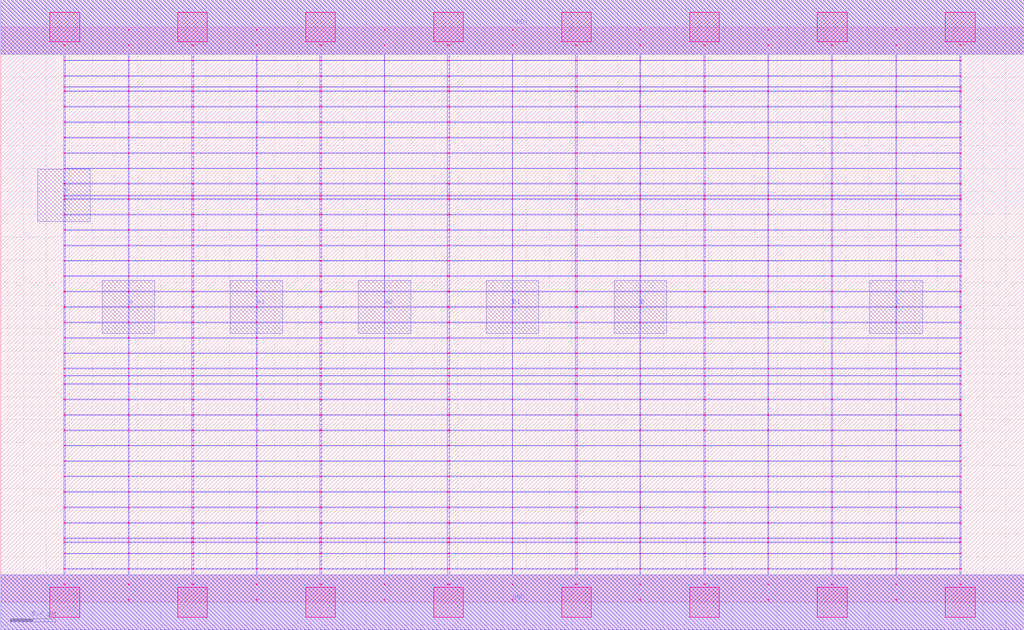
<source format=lef>
MACRO AAOI321_DEBUG
 CLASS CORE ;
 FOREIGN AAOI321_DEBUG 0 0 ;
 SIZE 8.96 BY 5.04 ;
 ORIGIN 0 0 ;
 SYMMETRY X Y R90 ;
 SITE unit ;
  PIN VDD
   DIRECTION INOUT ;
   USE SIGNAL ;
   SHAPE ABUTMENT ;
    PORT
     CLASS CORE ;
       LAYER met1 ;
        RECT 0.00000000 4.80000000 8.96000000 5.28000000 ;
       LAYER met2 ;
        RECT 0.00000000 4.80000000 8.96000000 5.28000000 ;
    END
  END VDD

  PIN GND
   DIRECTION INOUT ;
   USE SIGNAL ;
   SHAPE ABUTMENT ;
    PORT
     CLASS CORE ;
       LAYER met1 ;
        RECT 0.00000000 -0.24000000 8.96000000 0.24000000 ;
       LAYER met2 ;
        RECT 0.00000000 -0.24000000 8.96000000 0.24000000 ;
    END
  END GND

  PIN Y
   DIRECTION INOUT ;
   USE SIGNAL ;
   SHAPE ABUTMENT ;
    PORT
     CLASS CORE ;
       LAYER met2 ;
        RECT 0.32500000 3.33500000 0.78500000 3.79500000 ;
    END
  END Y

  PIN A1
   DIRECTION INOUT ;
   USE SIGNAL ;
   SHAPE ABUTMENT ;
    PORT
     CLASS CORE ;
       LAYER met2 ;
        RECT 2.01000000 2.35700000 2.47000000 2.81700000 ;
    END
  END A1

  PIN B1
   DIRECTION INOUT ;
   USE SIGNAL ;
   SHAPE ABUTMENT ;
    PORT
     CLASS CORE ;
       LAYER met2 ;
        RECT 4.25000000 2.35700000 4.71000000 2.81700000 ;
    END
  END B1

  PIN A
   DIRECTION INOUT ;
   USE SIGNAL ;
   SHAPE ABUTMENT ;
    PORT
     CLASS CORE ;
       LAYER met2 ;
        RECT 0.89000000 2.35700000 1.35000000 2.81700000 ;
    END
  END A

  PIN A2
   DIRECTION INOUT ;
   USE SIGNAL ;
   SHAPE ABUTMENT ;
    PORT
     CLASS CORE ;
       LAYER met2 ;
        RECT 3.13000000 2.35700000 3.59000000 2.81700000 ;
    END
  END A2

  PIN C
   DIRECTION INOUT ;
   USE SIGNAL ;
   SHAPE ABUTMENT ;
    PORT
     CLASS CORE ;
       LAYER met2 ;
        RECT 7.61000000 2.35700000 8.07000000 2.81700000 ;
    END
  END C

  PIN B
   DIRECTION INOUT ;
   USE SIGNAL ;
   SHAPE ABUTMENT ;
    PORT
     CLASS CORE ;
       LAYER met2 ;
        RECT 5.37000000 2.35700000 5.83000000 2.81700000 ;
    END
  END B

 OBS
    LAYER polycont ;
     RECT 6.71600000 0.15300000 6.72400000 0.16100000 ;
     RECT 6.71600000 0.28800000 6.72400000 0.29600000 ;
     RECT 6.71600000 0.42300000 6.72400000 0.43100000 ;
     RECT 6.71600000 0.52100000 6.72400000 0.52900000 ;
     RECT 6.71600000 0.55800000 6.72400000 0.56600000 ;
     RECT 6.71600000 0.69300000 6.72400000 0.70100000 ;
     RECT 6.71600000 0.82800000 6.72400000 0.83600000 ;
     RECT 6.71600000 0.96300000 6.72400000 0.97100000 ;
     RECT 6.71600000 1.09800000 6.72400000 1.10600000 ;
     RECT 6.71600000 1.23300000 6.72400000 1.24100000 ;
     RECT 6.71600000 1.36800000 6.72400000 1.37600000 ;
     RECT 6.71600000 1.50300000 6.72400000 1.51100000 ;
     RECT 6.71600000 1.63800000 6.72400000 1.64600000 ;
     RECT 6.71600000 1.77300000 6.72400000 1.78100000 ;
     RECT 6.71600000 1.90800000 6.72400000 1.91600000 ;
     RECT 6.71600000 1.98100000 6.72400000 1.98900000 ;
     RECT 6.71600000 2.04300000 6.72400000 2.05100000 ;
     RECT 6.71600000 2.17800000 6.72400000 2.18600000 ;
     RECT 6.71600000 2.31300000 6.72400000 2.32100000 ;
     RECT 6.71600000 2.44800000 6.72400000 2.45600000 ;
     RECT 0.55100000 2.58300000 0.56400000 2.59100000 ;
     RECT 1.11600000 2.58300000 1.12400000 2.59100000 ;
     RECT 1.67100000 2.58300000 1.68900000 2.59100000 ;
     RECT 2.23600000 2.58300000 2.24400000 2.59100000 ;
     RECT 2.79100000 2.58300000 2.80900000 2.59100000 ;
     RECT 3.35600000 2.58300000 3.36400000 2.59100000 ;
     RECT 3.91100000 2.58300000 3.92900000 2.59100000 ;
     RECT 4.47600000 2.58300000 4.48400000 2.59100000 ;
     RECT 5.03100000 2.58300000 5.04900000 2.59100000 ;
     RECT 5.59600000 2.58300000 5.60400000 2.59100000 ;
     RECT 6.15600000 2.58300000 6.16900000 2.59100000 ;
     RECT 6.71600000 2.58300000 6.72400000 2.59100000 ;
     RECT 7.27100000 2.58300000 7.28400000 2.59100000 ;
     RECT 7.83600000 2.58300000 7.84400000 2.59100000 ;
     RECT 8.39600000 2.58300000 8.40900000 2.59100000 ;
     RECT 0.55100000 2.71800000 0.56400000 2.72600000 ;
     RECT 1.11600000 2.71800000 1.12400000 2.72600000 ;
     RECT 1.67100000 2.71800000 1.68900000 2.72600000 ;
     RECT 2.23600000 2.71800000 2.24400000 2.72600000 ;
     RECT 2.79100000 2.71800000 2.80900000 2.72600000 ;
     RECT 3.35600000 2.71800000 3.36400000 2.72600000 ;
     RECT 3.91100000 2.71800000 3.92900000 2.72600000 ;
     RECT 4.47600000 2.71800000 4.48400000 2.72600000 ;
     RECT 5.03100000 2.71800000 5.04900000 2.72600000 ;
     RECT 5.59600000 2.71800000 5.60400000 2.72600000 ;
     RECT 6.15600000 2.71800000 6.16900000 2.72600000 ;
     RECT 6.71600000 2.71800000 6.72400000 2.72600000 ;
     RECT 7.27100000 2.71800000 7.28400000 2.72600000 ;
     RECT 7.83600000 2.71800000 7.84400000 2.72600000 ;
     RECT 8.39600000 2.71800000 8.40900000 2.72600000 ;
     RECT 0.55100000 2.85300000 0.56400000 2.86100000 ;
     RECT 1.11600000 2.85300000 1.12400000 2.86100000 ;
     RECT 1.67100000 2.85300000 1.68900000 2.86100000 ;
     RECT 2.23600000 2.85300000 2.24400000 2.86100000 ;
     RECT 2.79100000 2.85300000 2.80900000 2.86100000 ;
     RECT 3.35600000 2.85300000 3.36400000 2.86100000 ;
     RECT 3.91100000 2.85300000 3.92900000 2.86100000 ;
     RECT 4.47600000 2.85300000 4.48400000 2.86100000 ;
     RECT 5.03100000 2.85300000 5.04900000 2.86100000 ;
     RECT 5.59600000 2.85300000 5.60400000 2.86100000 ;
     RECT 6.15600000 2.85300000 6.16900000 2.86100000 ;
     RECT 6.71600000 2.85300000 6.72400000 2.86100000 ;
     RECT 7.27100000 2.85300000 7.28400000 2.86100000 ;
     RECT 7.83600000 2.85300000 7.84400000 2.86100000 ;
     RECT 8.39600000 2.85300000 8.40900000 2.86100000 ;
     RECT 0.55100000 2.98800000 0.56400000 2.99600000 ;
     RECT 1.11600000 2.98800000 1.12400000 2.99600000 ;
     RECT 1.67100000 2.98800000 1.68900000 2.99600000 ;
     RECT 2.23600000 2.98800000 2.24400000 2.99600000 ;
     RECT 2.79100000 2.98800000 2.80900000 2.99600000 ;
     RECT 3.35600000 2.98800000 3.36400000 2.99600000 ;
     RECT 3.91100000 2.98800000 3.92900000 2.99600000 ;
     RECT 4.47600000 2.98800000 4.48400000 2.99600000 ;
     RECT 5.03100000 2.98800000 5.04900000 2.99600000 ;
     RECT 5.59600000 2.98800000 5.60400000 2.99600000 ;
     RECT 6.15600000 2.98800000 6.16900000 2.99600000 ;
     RECT 6.71600000 2.98800000 6.72400000 2.99600000 ;
     RECT 7.27100000 2.98800000 7.28400000 2.99600000 ;
     RECT 7.83600000 2.98800000 7.84400000 2.99600000 ;
     RECT 8.39600000 2.98800000 8.40900000 2.99600000 ;
     RECT 6.71600000 3.12300000 6.72400000 3.13100000 ;
     RECT 6.71600000 3.25800000 6.72400000 3.26600000 ;
     RECT 6.71600000 3.39300000 6.72400000 3.40100000 ;
     RECT 6.71600000 3.52800000 6.72400000 3.53600000 ;
     RECT 6.71600000 3.56100000 6.72400000 3.56900000 ;
     RECT 6.71600000 3.66300000 6.72400000 3.67100000 ;
     RECT 6.71600000 3.79800000 6.72400000 3.80600000 ;
     RECT 6.71600000 3.93300000 6.72400000 3.94100000 ;
     RECT 6.71600000 4.06800000 6.72400000 4.07600000 ;
     RECT 6.71600000 4.20300000 6.72400000 4.21100000 ;
     RECT 6.71600000 4.33800000 6.72400000 4.34600000 ;
     RECT 6.71600000 4.47300000 6.72400000 4.48100000 ;
     RECT 6.71600000 4.51100000 6.72400000 4.51900000 ;
     RECT 6.71600000 4.60800000 6.72400000 4.61600000 ;
     RECT 6.71600000 4.74300000 6.72400000 4.75100000 ;
     RECT 6.71600000 4.87800000 6.72400000 4.88600000 ;

    LAYER pdiffc ;
     RECT 0.55100000 3.39300000 0.55900000 3.40100000 ;
     RECT 6.16100000 3.39300000 6.16900000 3.40100000 ;
     RECT 7.27100000 3.39300000 7.27900000 3.40100000 ;
     RECT 8.40100000 3.39300000 8.40900000 3.40100000 ;
     RECT 0.55100000 3.52800000 0.55900000 3.53600000 ;
     RECT 6.16100000 3.52800000 6.16900000 3.53600000 ;
     RECT 7.27100000 3.52800000 7.27900000 3.53600000 ;
     RECT 8.40100000 3.52800000 8.40900000 3.53600000 ;
     RECT 0.55100000 3.56100000 0.55900000 3.56900000 ;
     RECT 6.16100000 3.56100000 6.16900000 3.56900000 ;
     RECT 7.27100000 3.56100000 7.27900000 3.56900000 ;
     RECT 8.40100000 3.56100000 8.40900000 3.56900000 ;
     RECT 0.55100000 3.66300000 0.55900000 3.67100000 ;
     RECT 6.16100000 3.66300000 6.16900000 3.67100000 ;
     RECT 7.27100000 3.66300000 7.27900000 3.67100000 ;
     RECT 8.40100000 3.66300000 8.40900000 3.67100000 ;
     RECT 0.55100000 3.79800000 0.55900000 3.80600000 ;
     RECT 6.16100000 3.79800000 6.16900000 3.80600000 ;
     RECT 7.27100000 3.79800000 7.27900000 3.80600000 ;
     RECT 8.40100000 3.79800000 8.40900000 3.80600000 ;
     RECT 0.55100000 3.93300000 0.55900000 3.94100000 ;
     RECT 6.16100000 3.93300000 6.16900000 3.94100000 ;
     RECT 7.27100000 3.93300000 7.27900000 3.94100000 ;
     RECT 8.40100000 3.93300000 8.40900000 3.94100000 ;
     RECT 0.55100000 4.06800000 0.55900000 4.07600000 ;
     RECT 6.16100000 4.06800000 6.16900000 4.07600000 ;
     RECT 7.27100000 4.06800000 7.27900000 4.07600000 ;
     RECT 8.40100000 4.06800000 8.40900000 4.07600000 ;
     RECT 0.55100000 4.20300000 0.55900000 4.21100000 ;
     RECT 6.16100000 4.20300000 6.16900000 4.21100000 ;
     RECT 7.27100000 4.20300000 7.27900000 4.21100000 ;
     RECT 8.40100000 4.20300000 8.40900000 4.21100000 ;
     RECT 0.55100000 4.33800000 0.55900000 4.34600000 ;
     RECT 6.16100000 4.33800000 6.16900000 4.34600000 ;
     RECT 7.27100000 4.33800000 7.27900000 4.34600000 ;
     RECT 8.40100000 4.33800000 8.40900000 4.34600000 ;
     RECT 0.55100000 4.47300000 0.55900000 4.48100000 ;
     RECT 6.16100000 4.47300000 6.16900000 4.48100000 ;
     RECT 7.27100000 4.47300000 7.27900000 4.48100000 ;
     RECT 8.40100000 4.47300000 8.40900000 4.48100000 ;
     RECT 0.55100000 4.51100000 0.55900000 4.51900000 ;
     RECT 6.16100000 4.51100000 6.16900000 4.51900000 ;
     RECT 7.27100000 4.51100000 7.27900000 4.51900000 ;
     RECT 8.40100000 4.51100000 8.40900000 4.51900000 ;
     RECT 0.55100000 4.60800000 0.55900000 4.61600000 ;
     RECT 6.16100000 4.60800000 6.16900000 4.61600000 ;
     RECT 7.27100000 4.60800000 7.27900000 4.61600000 ;
     RECT 8.40100000 4.60800000 8.40900000 4.61600000 ;

    LAYER ndiffc ;
     RECT 5.03100000 0.42300000 5.04900000 0.43100000 ;
     RECT 6.15600000 0.42300000 6.16900000 0.43100000 ;
     RECT 7.27100000 0.42300000 7.28400000 0.43100000 ;
     RECT 8.39600000 0.42300000 8.40900000 0.43100000 ;
     RECT 5.03100000 0.52100000 5.04900000 0.52900000 ;
     RECT 6.15600000 0.52100000 6.16900000 0.52900000 ;
     RECT 7.27100000 0.52100000 7.28400000 0.52900000 ;
     RECT 8.39600000 0.52100000 8.40900000 0.52900000 ;
     RECT 5.03100000 0.55800000 5.04900000 0.56600000 ;
     RECT 6.15600000 0.55800000 6.16900000 0.56600000 ;
     RECT 7.27100000 0.55800000 7.28400000 0.56600000 ;
     RECT 8.39600000 0.55800000 8.40900000 0.56600000 ;
     RECT 5.03100000 0.69300000 5.04900000 0.70100000 ;
     RECT 6.15600000 0.69300000 6.16900000 0.70100000 ;
     RECT 7.27100000 0.69300000 7.28400000 0.70100000 ;
     RECT 8.39600000 0.69300000 8.40900000 0.70100000 ;
     RECT 5.03100000 0.82800000 5.04900000 0.83600000 ;
     RECT 6.15600000 0.82800000 6.16900000 0.83600000 ;
     RECT 7.27100000 0.82800000 7.28400000 0.83600000 ;
     RECT 8.39600000 0.82800000 8.40900000 0.83600000 ;
     RECT 5.03100000 0.96300000 5.04900000 0.97100000 ;
     RECT 6.15600000 0.96300000 6.16900000 0.97100000 ;
     RECT 7.27100000 0.96300000 7.28400000 0.97100000 ;
     RECT 8.39600000 0.96300000 8.40900000 0.97100000 ;
     RECT 5.03100000 1.09800000 5.04900000 1.10600000 ;
     RECT 6.15600000 1.09800000 6.16900000 1.10600000 ;
     RECT 7.27100000 1.09800000 7.28400000 1.10600000 ;
     RECT 8.39600000 1.09800000 8.40900000 1.10600000 ;
     RECT 5.03100000 1.23300000 5.04900000 1.24100000 ;
     RECT 6.15600000 1.23300000 6.16900000 1.24100000 ;
     RECT 7.27100000 1.23300000 7.28400000 1.24100000 ;
     RECT 8.39600000 1.23300000 8.40900000 1.24100000 ;
     RECT 5.03100000 1.36800000 5.04900000 1.37600000 ;
     RECT 6.15600000 1.36800000 6.16900000 1.37600000 ;
     RECT 7.27100000 1.36800000 7.28400000 1.37600000 ;
     RECT 8.39600000 1.36800000 8.40900000 1.37600000 ;
     RECT 5.03100000 1.50300000 5.04900000 1.51100000 ;
     RECT 6.15600000 1.50300000 6.16900000 1.51100000 ;
     RECT 7.27100000 1.50300000 7.28400000 1.51100000 ;
     RECT 8.39600000 1.50300000 8.40900000 1.51100000 ;
     RECT 5.03100000 1.63800000 5.04900000 1.64600000 ;
     RECT 6.15600000 1.63800000 6.16900000 1.64600000 ;
     RECT 7.27100000 1.63800000 7.28400000 1.64600000 ;
     RECT 8.39600000 1.63800000 8.40900000 1.64600000 ;
     RECT 5.03100000 1.77300000 5.04900000 1.78100000 ;
     RECT 6.15600000 1.77300000 6.16900000 1.78100000 ;
     RECT 7.27100000 1.77300000 7.28400000 1.78100000 ;
     RECT 8.39600000 1.77300000 8.40900000 1.78100000 ;
     RECT 5.03100000 1.90800000 5.04900000 1.91600000 ;
     RECT 6.15600000 1.90800000 6.16900000 1.91600000 ;
     RECT 7.27100000 1.90800000 7.28400000 1.91600000 ;
     RECT 8.39600000 1.90800000 8.40900000 1.91600000 ;
     RECT 5.03100000 1.98100000 5.04900000 1.98900000 ;
     RECT 6.15600000 1.98100000 6.16900000 1.98900000 ;
     RECT 7.27100000 1.98100000 7.28400000 1.98900000 ;
     RECT 8.39600000 1.98100000 8.40900000 1.98900000 ;
     RECT 5.03100000 2.04300000 5.04900000 2.05100000 ;
     RECT 6.15600000 2.04300000 6.16900000 2.05100000 ;
     RECT 7.27100000 2.04300000 7.28400000 2.05100000 ;
     RECT 8.39600000 2.04300000 8.40900000 2.05100000 ;
     RECT 0.55100000 0.42300000 0.56400000 0.43100000 ;
     RECT 1.67100000 0.42300000 1.68900000 0.43100000 ;
     RECT 2.79100000 0.42300000 2.80900000 0.43100000 ;
     RECT 3.91100000 0.42300000 3.92900000 0.43100000 ;
     RECT 0.55100000 1.36800000 0.56400000 1.37600000 ;
     RECT 1.67100000 1.36800000 1.68900000 1.37600000 ;
     RECT 2.79100000 1.36800000 2.80900000 1.37600000 ;
     RECT 3.91100000 1.36800000 3.92900000 1.37600000 ;
     RECT 0.55100000 0.82800000 0.56400000 0.83600000 ;
     RECT 1.67100000 0.82800000 1.68900000 0.83600000 ;
     RECT 2.79100000 0.82800000 2.80900000 0.83600000 ;
     RECT 3.91100000 0.82800000 3.92900000 0.83600000 ;
     RECT 0.55100000 1.50300000 0.56400000 1.51100000 ;
     RECT 1.67100000 1.50300000 1.68900000 1.51100000 ;
     RECT 2.79100000 1.50300000 2.80900000 1.51100000 ;
     RECT 3.91100000 1.50300000 3.92900000 1.51100000 ;
     RECT 0.55100000 0.55800000 0.56400000 0.56600000 ;
     RECT 1.67100000 0.55800000 1.68900000 0.56600000 ;
     RECT 2.79100000 0.55800000 2.80900000 0.56600000 ;
     RECT 3.91100000 0.55800000 3.92900000 0.56600000 ;
     RECT 0.55100000 1.63800000 0.56400000 1.64600000 ;
     RECT 1.67100000 1.63800000 1.68900000 1.64600000 ;
     RECT 2.79100000 1.63800000 2.80900000 1.64600000 ;
     RECT 3.91100000 1.63800000 3.92900000 1.64600000 ;
     RECT 0.55100000 0.96300000 0.56400000 0.97100000 ;
     RECT 1.67100000 0.96300000 1.68900000 0.97100000 ;
     RECT 2.79100000 0.96300000 2.80900000 0.97100000 ;
     RECT 3.91100000 0.96300000 3.92900000 0.97100000 ;
     RECT 0.55100000 1.77300000 0.56400000 1.78100000 ;
     RECT 1.67100000 1.77300000 1.68900000 1.78100000 ;
     RECT 2.79100000 1.77300000 2.80900000 1.78100000 ;
     RECT 3.91100000 1.77300000 3.92900000 1.78100000 ;
     RECT 0.55100000 0.52100000 0.56400000 0.52900000 ;
     RECT 1.67100000 0.52100000 1.68900000 0.52900000 ;
     RECT 2.79100000 0.52100000 2.80900000 0.52900000 ;
     RECT 3.91100000 0.52100000 3.92900000 0.52900000 ;
     RECT 0.55100000 1.90800000 0.56400000 1.91600000 ;
     RECT 1.67100000 1.90800000 1.68900000 1.91600000 ;
     RECT 2.79100000 1.90800000 2.80900000 1.91600000 ;
     RECT 3.91100000 1.90800000 3.92900000 1.91600000 ;
     RECT 0.55100000 1.09800000 0.56400000 1.10600000 ;
     RECT 1.67100000 1.09800000 1.68900000 1.10600000 ;
     RECT 2.79100000 1.09800000 2.80900000 1.10600000 ;
     RECT 3.91100000 1.09800000 3.92900000 1.10600000 ;
     RECT 0.55100000 1.98100000 0.56400000 1.98900000 ;
     RECT 1.67100000 1.98100000 1.68900000 1.98900000 ;
     RECT 2.79100000 1.98100000 2.80900000 1.98900000 ;
     RECT 3.91100000 1.98100000 3.92900000 1.98900000 ;
     RECT 0.55100000 0.69300000 0.56400000 0.70100000 ;
     RECT 1.67100000 0.69300000 1.68900000 0.70100000 ;
     RECT 2.79100000 0.69300000 2.80900000 0.70100000 ;
     RECT 3.91100000 0.69300000 3.92900000 0.70100000 ;
     RECT 0.55100000 2.04300000 0.56400000 2.05100000 ;
     RECT 1.67100000 2.04300000 1.68900000 2.05100000 ;
     RECT 2.79100000 2.04300000 2.80900000 2.05100000 ;
     RECT 3.91100000 2.04300000 3.92900000 2.05100000 ;
     RECT 0.55100000 1.23300000 0.56400000 1.24100000 ;
     RECT 1.67100000 1.23300000 1.68900000 1.24100000 ;
     RECT 2.79100000 1.23300000 2.80900000 1.24100000 ;
     RECT 3.91100000 1.23300000 3.92900000 1.24100000 ;

    LAYER met1 ;
     RECT 0.00000000 -0.24000000 8.96000000 0.24000000 ;
     RECT 4.47600000 0.24000000 4.48400000 0.28800000 ;
     RECT 0.55100000 0.28800000 8.40900000 0.29600000 ;
     RECT 4.47600000 0.29600000 4.48400000 0.42300000 ;
     RECT 0.55100000 0.42300000 8.40900000 0.43100000 ;
     RECT 4.47600000 0.43100000 4.48400000 0.52100000 ;
     RECT 0.55100000 0.52100000 8.40900000 0.52900000 ;
     RECT 4.47600000 0.52900000 4.48400000 0.55800000 ;
     RECT 0.55100000 0.55800000 8.40900000 0.56600000 ;
     RECT 4.47600000 0.56600000 4.48400000 0.69300000 ;
     RECT 0.55100000 0.69300000 8.40900000 0.70100000 ;
     RECT 4.47600000 0.70100000 4.48400000 0.82800000 ;
     RECT 0.55100000 0.82800000 8.40900000 0.83600000 ;
     RECT 4.47600000 0.83600000 4.48400000 0.96300000 ;
     RECT 0.55100000 0.96300000 8.40900000 0.97100000 ;
     RECT 4.47600000 0.97100000 4.48400000 1.09800000 ;
     RECT 0.55100000 1.09800000 8.40900000 1.10600000 ;
     RECT 4.47600000 1.10600000 4.48400000 1.23300000 ;
     RECT 0.55100000 1.23300000 8.40900000 1.24100000 ;
     RECT 4.47600000 1.24100000 4.48400000 1.36800000 ;
     RECT 0.55100000 1.36800000 8.40900000 1.37600000 ;
     RECT 4.47600000 1.37600000 4.48400000 1.50300000 ;
     RECT 0.55100000 1.50300000 8.40900000 1.51100000 ;
     RECT 4.47600000 1.51100000 4.48400000 1.63800000 ;
     RECT 0.55100000 1.63800000 8.40900000 1.64600000 ;
     RECT 4.47600000 1.64600000 4.48400000 1.77300000 ;
     RECT 0.55100000 1.77300000 8.40900000 1.78100000 ;
     RECT 4.47600000 1.78100000 4.48400000 1.90800000 ;
     RECT 0.55100000 1.90800000 8.40900000 1.91600000 ;
     RECT 4.47600000 1.91600000 4.48400000 1.98100000 ;
     RECT 0.55100000 1.98100000 8.40900000 1.98900000 ;
     RECT 4.47600000 1.98900000 4.48400000 2.04300000 ;
     RECT 0.55100000 2.04300000 8.40900000 2.05100000 ;
     RECT 4.47600000 2.05100000 4.48400000 2.17800000 ;
     RECT 0.55100000 2.17800000 8.40900000 2.18600000 ;
     RECT 4.47600000 2.18600000 4.48400000 2.31300000 ;
     RECT 0.55100000 2.31300000 8.40900000 2.32100000 ;
     RECT 4.47600000 2.32100000 4.48400000 2.44800000 ;
     RECT 0.55100000 2.44800000 8.40900000 2.45600000 ;
     RECT 0.55100000 2.45600000 0.56400000 2.58300000 ;
     RECT 1.11600000 2.45600000 1.12400000 2.58300000 ;
     RECT 1.67100000 2.45600000 1.68900000 2.58300000 ;
     RECT 2.23600000 2.45600000 2.24400000 2.58300000 ;
     RECT 2.79100000 2.45600000 2.80900000 2.58300000 ;
     RECT 3.35600000 2.45600000 3.36400000 2.58300000 ;
     RECT 3.91100000 2.45600000 3.92900000 2.58300000 ;
     RECT 4.47600000 2.45600000 4.48400000 2.58300000 ;
     RECT 5.03100000 2.45600000 5.04900000 2.58300000 ;
     RECT 5.59600000 2.45600000 5.60400000 2.58300000 ;
     RECT 6.15600000 2.45600000 6.16900000 2.58300000 ;
     RECT 6.71600000 2.45600000 6.72400000 2.58300000 ;
     RECT 7.27100000 2.45600000 7.28400000 2.58300000 ;
     RECT 7.83600000 2.45600000 7.84400000 2.58300000 ;
     RECT 8.39600000 2.45600000 8.40900000 2.58300000 ;
     RECT 0.55100000 2.58300000 8.40900000 2.59100000 ;
     RECT 4.47600000 2.59100000 4.48400000 2.71800000 ;
     RECT 0.55100000 2.71800000 8.40900000 2.72600000 ;
     RECT 4.47600000 2.72600000 4.48400000 2.85300000 ;
     RECT 0.55100000 2.85300000 8.40900000 2.86100000 ;
     RECT 4.47600000 2.86100000 4.48400000 2.98800000 ;
     RECT 0.55100000 2.98800000 8.40900000 2.99600000 ;
     RECT 4.47600000 2.99600000 4.48400000 3.12300000 ;
     RECT 0.55100000 3.12300000 8.40900000 3.13100000 ;
     RECT 4.47600000 3.13100000 4.48400000 3.25800000 ;
     RECT 0.55100000 3.25800000 8.40900000 3.26600000 ;
     RECT 4.47600000 3.26600000 4.48400000 3.39300000 ;
     RECT 0.55100000 3.39300000 8.40900000 3.40100000 ;
     RECT 4.47600000 3.40100000 4.48400000 3.52800000 ;
     RECT 0.55100000 3.52800000 8.40900000 3.53600000 ;
     RECT 4.47600000 3.53600000 4.48400000 3.56100000 ;
     RECT 0.55100000 3.56100000 8.40900000 3.56900000 ;
     RECT 4.47600000 3.56900000 4.48400000 3.66300000 ;
     RECT 0.55100000 3.66300000 8.40900000 3.67100000 ;
     RECT 4.47600000 3.67100000 4.48400000 3.79800000 ;
     RECT 0.55100000 3.79800000 8.40900000 3.80600000 ;
     RECT 4.47600000 3.80600000 4.48400000 3.93300000 ;
     RECT 0.55100000 3.93300000 8.40900000 3.94100000 ;
     RECT 4.47600000 3.94100000 4.48400000 4.06800000 ;
     RECT 0.55100000 4.06800000 8.40900000 4.07600000 ;
     RECT 4.47600000 4.07600000 4.48400000 4.20300000 ;
     RECT 0.55100000 4.20300000 8.40900000 4.21100000 ;
     RECT 4.47600000 4.21100000 4.48400000 4.33800000 ;
     RECT 0.55100000 4.33800000 8.40900000 4.34600000 ;
     RECT 4.47600000 4.34600000 4.48400000 4.47300000 ;
     RECT 0.55100000 4.47300000 8.40900000 4.48100000 ;
     RECT 4.47600000 4.48100000 4.48400000 4.51100000 ;
     RECT 0.55100000 4.51100000 8.40900000 4.51900000 ;
     RECT 4.47600000 4.51900000 4.48400000 4.60800000 ;
     RECT 0.55100000 4.60800000 8.40900000 4.61600000 ;
     RECT 4.47600000 4.61600000 4.48400000 4.74300000 ;
     RECT 0.55100000 4.74300000 8.40900000 4.75100000 ;
     RECT 4.47600000 4.75100000 4.48400000 4.80000000 ;
     RECT 0.00000000 4.80000000 8.96000000 5.28000000 ;
     RECT 6.71600000 3.13100000 6.72400000 3.25800000 ;
     RECT 6.71600000 3.26600000 6.72400000 3.39300000 ;
     RECT 6.71600000 3.40100000 6.72400000 3.52800000 ;
     RECT 6.71600000 2.72600000 6.72400000 2.85300000 ;
     RECT 6.71600000 3.53600000 6.72400000 3.56100000 ;
     RECT 6.71600000 3.56900000 6.72400000 3.66300000 ;
     RECT 6.71600000 2.59100000 6.72400000 2.71800000 ;
     RECT 6.71600000 3.67100000 6.72400000 3.79800000 ;
     RECT 5.03100000 3.80600000 5.04900000 3.93300000 ;
     RECT 5.59600000 3.80600000 5.60400000 3.93300000 ;
     RECT 6.15600000 3.80600000 6.16900000 3.93300000 ;
     RECT 6.71600000 3.80600000 6.72400000 3.93300000 ;
     RECT 7.27100000 3.80600000 7.28400000 3.93300000 ;
     RECT 7.83600000 3.80600000 7.84400000 3.93300000 ;
     RECT 8.39600000 3.80600000 8.40900000 3.93300000 ;
     RECT 6.71600000 2.86100000 6.72400000 2.98800000 ;
     RECT 6.71600000 3.94100000 6.72400000 4.06800000 ;
     RECT 6.71600000 4.07600000 6.72400000 4.20300000 ;
     RECT 6.71600000 4.21100000 6.72400000 4.33800000 ;
     RECT 6.71600000 4.34600000 6.72400000 4.47300000 ;
     RECT 6.71600000 4.48100000 6.72400000 4.51100000 ;
     RECT 6.71600000 2.99600000 6.72400000 3.12300000 ;
     RECT 6.71600000 4.51900000 6.72400000 4.60800000 ;
     RECT 6.71600000 4.61600000 6.72400000 4.74300000 ;
     RECT 6.71600000 4.75100000 6.72400000 4.80000000 ;
     RECT 7.27100000 4.21100000 7.28400000 4.33800000 ;
     RECT 7.83600000 4.21100000 7.84400000 4.33800000 ;
     RECT 8.39600000 4.21100000 8.40900000 4.33800000 ;
     RECT 8.39600000 3.94100000 8.40900000 4.06800000 ;
     RECT 7.27100000 4.34600000 7.28400000 4.47300000 ;
     RECT 7.83600000 4.34600000 7.84400000 4.47300000 ;
     RECT 8.39600000 4.34600000 8.40900000 4.47300000 ;
     RECT 7.27100000 3.94100000 7.28400000 4.06800000 ;
     RECT 7.27100000 4.48100000 7.28400000 4.51100000 ;
     RECT 7.83600000 4.48100000 7.84400000 4.51100000 ;
     RECT 8.39600000 4.48100000 8.40900000 4.51100000 ;
     RECT 7.27100000 4.07600000 7.28400000 4.20300000 ;
     RECT 7.83600000 4.07600000 7.84400000 4.20300000 ;
     RECT 7.27100000 4.51900000 7.28400000 4.60800000 ;
     RECT 7.83600000 4.51900000 7.84400000 4.60800000 ;
     RECT 8.39600000 4.51900000 8.40900000 4.60800000 ;
     RECT 8.39600000 4.07600000 8.40900000 4.20300000 ;
     RECT 7.27100000 4.61600000 7.28400000 4.74300000 ;
     RECT 7.83600000 4.61600000 7.84400000 4.74300000 ;
     RECT 8.39600000 4.61600000 8.40900000 4.74300000 ;
     RECT 7.83600000 3.94100000 7.84400000 4.06800000 ;
     RECT 7.27100000 4.75100000 7.28400000 4.80000000 ;
     RECT 7.83600000 4.75100000 7.84400000 4.80000000 ;
     RECT 8.39600000 4.75100000 8.40900000 4.80000000 ;
     RECT 6.15600000 4.07600000 6.16900000 4.20300000 ;
     RECT 5.59600000 3.94100000 5.60400000 4.06800000 ;
     RECT 6.15600000 3.94100000 6.16900000 4.06800000 ;
     RECT 5.03100000 4.51900000 5.04900000 4.60800000 ;
     RECT 5.59600000 4.51900000 5.60400000 4.60800000 ;
     RECT 6.15600000 4.51900000 6.16900000 4.60800000 ;
     RECT 5.03100000 4.34600000 5.04900000 4.47300000 ;
     RECT 5.59600000 4.34600000 5.60400000 4.47300000 ;
     RECT 6.15600000 4.34600000 6.16900000 4.47300000 ;
     RECT 5.03100000 3.94100000 5.04900000 4.06800000 ;
     RECT 5.03100000 4.61600000 5.04900000 4.74300000 ;
     RECT 5.59600000 4.61600000 5.60400000 4.74300000 ;
     RECT 6.15600000 4.61600000 6.16900000 4.74300000 ;
     RECT 5.03100000 4.07600000 5.04900000 4.20300000 ;
     RECT 5.03100000 4.21100000 5.04900000 4.33800000 ;
     RECT 5.59600000 4.21100000 5.60400000 4.33800000 ;
     RECT 5.03100000 4.48100000 5.04900000 4.51100000 ;
     RECT 5.03100000 4.75100000 5.04900000 4.80000000 ;
     RECT 5.59600000 4.75100000 5.60400000 4.80000000 ;
     RECT 6.15600000 4.75100000 6.16900000 4.80000000 ;
     RECT 5.59600000 4.48100000 5.60400000 4.51100000 ;
     RECT 6.15600000 4.48100000 6.16900000 4.51100000 ;
     RECT 6.15600000 4.21100000 6.16900000 4.33800000 ;
     RECT 5.59600000 4.07600000 5.60400000 4.20300000 ;
     RECT 5.03100000 3.56900000 5.04900000 3.66300000 ;
     RECT 5.59600000 3.56900000 5.60400000 3.66300000 ;
     RECT 6.15600000 3.56900000 6.16900000 3.66300000 ;
     RECT 5.03100000 3.26600000 5.04900000 3.39300000 ;
     RECT 6.15600000 2.59100000 6.16900000 2.71800000 ;
     RECT 5.59600000 3.26600000 5.60400000 3.39300000 ;
     RECT 5.03100000 3.67100000 5.04900000 3.79800000 ;
     RECT 5.59600000 3.67100000 5.60400000 3.79800000 ;
     RECT 6.15600000 3.67100000 6.16900000 3.79800000 ;
     RECT 6.15600000 3.26600000 6.16900000 3.39300000 ;
     RECT 5.03100000 2.86100000 5.04900000 2.98800000 ;
     RECT 5.59600000 2.86100000 5.60400000 2.98800000 ;
     RECT 6.15600000 3.13100000 6.16900000 3.25800000 ;
     RECT 5.59600000 2.72600000 5.60400000 2.85300000 ;
     RECT 6.15600000 2.72600000 6.16900000 2.85300000 ;
     RECT 5.03100000 3.40100000 5.04900000 3.52800000 ;
     RECT 5.59600000 3.40100000 5.60400000 3.52800000 ;
     RECT 5.03100000 2.99600000 5.04900000 3.12300000 ;
     RECT 6.15600000 3.40100000 6.16900000 3.52800000 ;
     RECT 5.59600000 3.13100000 5.60400000 3.25800000 ;
     RECT 6.15600000 2.86100000 6.16900000 2.98800000 ;
     RECT 5.03100000 2.59100000 5.04900000 2.71800000 ;
     RECT 5.59600000 2.59100000 5.60400000 2.71800000 ;
     RECT 5.03100000 3.53600000 5.04900000 3.56100000 ;
     RECT 5.59600000 3.53600000 5.60400000 3.56100000 ;
     RECT 6.15600000 3.53600000 6.16900000 3.56100000 ;
     RECT 5.59600000 2.99600000 5.60400000 3.12300000 ;
     RECT 6.15600000 2.99600000 6.16900000 3.12300000 ;
     RECT 5.03100000 2.72600000 5.04900000 2.85300000 ;
     RECT 5.03100000 3.13100000 5.04900000 3.25800000 ;
     RECT 7.83600000 2.72600000 7.84400000 2.85300000 ;
     RECT 8.39600000 2.86100000 8.40900000 2.98800000 ;
     RECT 7.27100000 2.59100000 7.28400000 2.71800000 ;
     RECT 7.27100000 2.99600000 7.28400000 3.12300000 ;
     RECT 8.39600000 2.72600000 8.40900000 2.85300000 ;
     RECT 8.39600000 3.26600000 8.40900000 3.39300000 ;
     RECT 7.27100000 3.40100000 7.28400000 3.52800000 ;
     RECT 7.83600000 3.40100000 7.84400000 3.52800000 ;
     RECT 8.39600000 3.40100000 8.40900000 3.52800000 ;
     RECT 7.27100000 3.56900000 7.28400000 3.66300000 ;
     RECT 7.83600000 3.56900000 7.84400000 3.66300000 ;
     RECT 7.83600000 2.99600000 7.84400000 3.12300000 ;
     RECT 8.39600000 2.99600000 8.40900000 3.12300000 ;
     RECT 7.83600000 2.59100000 7.84400000 2.71800000 ;
     RECT 8.39600000 3.56900000 8.40900000 3.66300000 ;
     RECT 7.27100000 3.13100000 7.28400000 3.25800000 ;
     RECT 7.27100000 2.72600000 7.28400000 2.85300000 ;
     RECT 7.83600000 3.13100000 7.84400000 3.25800000 ;
     RECT 8.39600000 3.13100000 8.40900000 3.25800000 ;
     RECT 7.27100000 3.26600000 7.28400000 3.39300000 ;
     RECT 8.39600000 2.59100000 8.40900000 2.71800000 ;
     RECT 7.83600000 3.26600000 7.84400000 3.39300000 ;
     RECT 7.27100000 2.86100000 7.28400000 2.98800000 ;
     RECT 7.83600000 2.86100000 7.84400000 2.98800000 ;
     RECT 7.27100000 3.67100000 7.28400000 3.79800000 ;
     RECT 7.83600000 3.67100000 7.84400000 3.79800000 ;
     RECT 8.39600000 3.67100000 8.40900000 3.79800000 ;
     RECT 7.27100000 3.53600000 7.28400000 3.56100000 ;
     RECT 7.83600000 3.53600000 7.84400000 3.56100000 ;
     RECT 8.39600000 3.53600000 8.40900000 3.56100000 ;
     RECT 2.23600000 3.94100000 2.24400000 4.06800000 ;
     RECT 2.23600000 3.40100000 2.24400000 3.52800000 ;
     RECT 2.23600000 4.07600000 2.24400000 4.20300000 ;
     RECT 2.23600000 3.53600000 2.24400000 3.56100000 ;
     RECT 2.23600000 4.21100000 2.24400000 4.33800000 ;
     RECT 2.23600000 2.86100000 2.24400000 2.98800000 ;
     RECT 2.23600000 3.13100000 2.24400000 3.25800000 ;
     RECT 2.23600000 4.34600000 2.24400000 4.47300000 ;
     RECT 2.23600000 3.56900000 2.24400000 3.66300000 ;
     RECT 2.23600000 4.48100000 2.24400000 4.51100000 ;
     RECT 2.23600000 2.72600000 2.24400000 2.85300000 ;
     RECT 2.23600000 4.51900000 2.24400000 4.60800000 ;
     RECT 2.23600000 3.67100000 2.24400000 3.79800000 ;
     RECT 2.23600000 4.61600000 2.24400000 4.74300000 ;
     RECT 2.23600000 3.26600000 2.24400000 3.39300000 ;
     RECT 2.23600000 2.59100000 2.24400000 2.71800000 ;
     RECT 0.55100000 3.80600000 0.56400000 3.93300000 ;
     RECT 1.11600000 3.80600000 1.12400000 3.93300000 ;
     RECT 2.23600000 4.75100000 2.24400000 4.80000000 ;
     RECT 1.67100000 3.80600000 1.68900000 3.93300000 ;
     RECT 2.23600000 3.80600000 2.24400000 3.93300000 ;
     RECT 2.79100000 3.80600000 2.80900000 3.93300000 ;
     RECT 3.35600000 3.80600000 3.36400000 3.93300000 ;
     RECT 3.91100000 3.80600000 3.92900000 3.93300000 ;
     RECT 2.23600000 2.99600000 2.24400000 3.12300000 ;
     RECT 2.79100000 3.94100000 2.80900000 4.06800000 ;
     RECT 2.79100000 4.21100000 2.80900000 4.33800000 ;
     RECT 2.79100000 4.51900000 2.80900000 4.60800000 ;
     RECT 3.35600000 4.51900000 3.36400000 4.60800000 ;
     RECT 3.91100000 4.51900000 3.92900000 4.60800000 ;
     RECT 3.35600000 4.21100000 3.36400000 4.33800000 ;
     RECT 3.91100000 4.21100000 3.92900000 4.33800000 ;
     RECT 2.79100000 4.61600000 2.80900000 4.74300000 ;
     RECT 3.35600000 4.61600000 3.36400000 4.74300000 ;
     RECT 3.91100000 4.61600000 3.92900000 4.74300000 ;
     RECT 3.35600000 3.94100000 3.36400000 4.06800000 ;
     RECT 2.79100000 4.07600000 2.80900000 4.20300000 ;
     RECT 3.35600000 4.07600000 3.36400000 4.20300000 ;
     RECT 2.79100000 4.34600000 2.80900000 4.47300000 ;
     RECT 3.35600000 4.34600000 3.36400000 4.47300000 ;
     RECT 2.79100000 4.75100000 2.80900000 4.80000000 ;
     RECT 3.35600000 4.75100000 3.36400000 4.80000000 ;
     RECT 3.91100000 4.75100000 3.92900000 4.80000000 ;
     RECT 3.91100000 4.34600000 3.92900000 4.47300000 ;
     RECT 3.91100000 4.07600000 3.92900000 4.20300000 ;
     RECT 3.91100000 3.94100000 3.92900000 4.06800000 ;
     RECT 2.79100000 4.48100000 2.80900000 4.51100000 ;
     RECT 3.35600000 4.48100000 3.36400000 4.51100000 ;
     RECT 3.91100000 4.48100000 3.92900000 4.51100000 ;
     RECT 0.55100000 4.61600000 0.56400000 4.74300000 ;
     RECT 1.11600000 4.61600000 1.12400000 4.74300000 ;
     RECT 1.67100000 4.61600000 1.68900000 4.74300000 ;
     RECT 1.67100000 4.07600000 1.68900000 4.20300000 ;
     RECT 1.67100000 3.94100000 1.68900000 4.06800000 ;
     RECT 0.55100000 4.48100000 0.56400000 4.51100000 ;
     RECT 1.11600000 4.48100000 1.12400000 4.51100000 ;
     RECT 1.67100000 4.48100000 1.68900000 4.51100000 ;
     RECT 0.55100000 3.94100000 0.56400000 4.06800000 ;
     RECT 1.11600000 3.94100000 1.12400000 4.06800000 ;
     RECT 0.55100000 4.07600000 0.56400000 4.20300000 ;
     RECT 0.55100000 4.75100000 0.56400000 4.80000000 ;
     RECT 1.11600000 4.75100000 1.12400000 4.80000000 ;
     RECT 1.67100000 4.75100000 1.68900000 4.80000000 ;
     RECT 1.11600000 4.07600000 1.12400000 4.20300000 ;
     RECT 0.55100000 4.34600000 0.56400000 4.47300000 ;
     RECT 0.55100000 4.51900000 0.56400000 4.60800000 ;
     RECT 1.11600000 4.51900000 1.12400000 4.60800000 ;
     RECT 1.67100000 4.51900000 1.68900000 4.60800000 ;
     RECT 1.11600000 4.34600000 1.12400000 4.47300000 ;
     RECT 1.67100000 4.34600000 1.68900000 4.47300000 ;
     RECT 0.55100000 4.21100000 0.56400000 4.33800000 ;
     RECT 1.11600000 4.21100000 1.12400000 4.33800000 ;
     RECT 1.67100000 4.21100000 1.68900000 4.33800000 ;
     RECT 0.55100000 3.56900000 0.56400000 3.66300000 ;
     RECT 1.11600000 3.26600000 1.12400000 3.39300000 ;
     RECT 1.67100000 3.26600000 1.68900000 3.39300000 ;
     RECT 1.11600000 3.56900000 1.12400000 3.66300000 ;
     RECT 1.67100000 3.56900000 1.68900000 3.66300000 ;
     RECT 0.55100000 2.72600000 0.56400000 2.85300000 ;
     RECT 1.67100000 3.40100000 1.68900000 3.52800000 ;
     RECT 1.11600000 2.72600000 1.12400000 2.85300000 ;
     RECT 0.55100000 2.86100000 0.56400000 2.98800000 ;
     RECT 1.11600000 2.86100000 1.12400000 2.98800000 ;
     RECT 0.55100000 3.13100000 0.56400000 3.25800000 ;
     RECT 1.11600000 3.13100000 1.12400000 3.25800000 ;
     RECT 1.67100000 3.13100000 1.68900000 3.25800000 ;
     RECT 1.67100000 2.72600000 1.68900000 2.85300000 ;
     RECT 1.67100000 2.86100000 1.68900000 2.98800000 ;
     RECT 1.67100000 2.59100000 1.68900000 2.71800000 ;
     RECT 0.55100000 3.26600000 0.56400000 3.39300000 ;
     RECT 0.55100000 3.53600000 0.56400000 3.56100000 ;
     RECT 1.11600000 3.53600000 1.12400000 3.56100000 ;
     RECT 1.67100000 3.53600000 1.68900000 3.56100000 ;
     RECT 0.55100000 3.40100000 0.56400000 3.52800000 ;
     RECT 1.11600000 3.40100000 1.12400000 3.52800000 ;
     RECT 0.55100000 2.59100000 0.56400000 2.71800000 ;
     RECT 1.11600000 2.59100000 1.12400000 2.71800000 ;
     RECT 0.55100000 3.67100000 0.56400000 3.79800000 ;
     RECT 1.11600000 3.67100000 1.12400000 3.79800000 ;
     RECT 0.55100000 2.99600000 0.56400000 3.12300000 ;
     RECT 1.11600000 2.99600000 1.12400000 3.12300000 ;
     RECT 1.67100000 2.99600000 1.68900000 3.12300000 ;
     RECT 1.67100000 3.67100000 1.68900000 3.79800000 ;
     RECT 3.91100000 3.40100000 3.92900000 3.52800000 ;
     RECT 3.91100000 3.13100000 3.92900000 3.25800000 ;
     RECT 2.79100000 2.72600000 2.80900000 2.85300000 ;
     RECT 3.35600000 2.72600000 3.36400000 2.85300000 ;
     RECT 3.91100000 2.72600000 3.92900000 2.85300000 ;
     RECT 2.79100000 2.86100000 2.80900000 2.98800000 ;
     RECT 2.79100000 3.26600000 2.80900000 3.39300000 ;
     RECT 3.35600000 3.26600000 3.36400000 3.39300000 ;
     RECT 3.91100000 3.26600000 3.92900000 3.39300000 ;
     RECT 3.91100000 2.99600000 3.92900000 3.12300000 ;
     RECT 2.79100000 2.59100000 2.80900000 2.71800000 ;
     RECT 3.35600000 2.59100000 3.36400000 2.71800000 ;
     RECT 3.91100000 2.59100000 3.92900000 2.71800000 ;
     RECT 3.35600000 2.99600000 3.36400000 3.12300000 ;
     RECT 2.79100000 3.13100000 2.80900000 3.25800000 ;
     RECT 2.79100000 3.56900000 2.80900000 3.66300000 ;
     RECT 3.35600000 3.56900000 3.36400000 3.66300000 ;
     RECT 3.91100000 3.56900000 3.92900000 3.66300000 ;
     RECT 3.35600000 3.13100000 3.36400000 3.25800000 ;
     RECT 2.79100000 2.99600000 2.80900000 3.12300000 ;
     RECT 2.79100000 3.40100000 2.80900000 3.52800000 ;
     RECT 3.35600000 3.40100000 3.36400000 3.52800000 ;
     RECT 3.35600000 3.53600000 3.36400000 3.56100000 ;
     RECT 2.79100000 3.67100000 2.80900000 3.79800000 ;
     RECT 3.35600000 3.67100000 3.36400000 3.79800000 ;
     RECT 3.91100000 3.67100000 3.92900000 3.79800000 ;
     RECT 3.91100000 3.53600000 3.92900000 3.56100000 ;
     RECT 2.79100000 3.53600000 2.80900000 3.56100000 ;
     RECT 3.35600000 2.86100000 3.36400000 2.98800000 ;
     RECT 3.91100000 2.86100000 3.92900000 2.98800000 ;
     RECT 2.23600000 1.37600000 2.24400000 1.50300000 ;
     RECT 2.23600000 0.43100000 2.24400000 0.52100000 ;
     RECT 2.23600000 1.51100000 2.24400000 1.63800000 ;
     RECT 2.23600000 1.64600000 2.24400000 1.77300000 ;
     RECT 2.23600000 1.78100000 2.24400000 1.90800000 ;
     RECT 2.23600000 1.91600000 2.24400000 1.98100000 ;
     RECT 2.23600000 1.98900000 2.24400000 2.04300000 ;
     RECT 2.23600000 0.52900000 2.24400000 0.55800000 ;
     RECT 2.23600000 2.05100000 2.24400000 2.17800000 ;
     RECT 2.23600000 2.18600000 2.24400000 2.31300000 ;
     RECT 2.23600000 2.32100000 2.24400000 2.44800000 ;
     RECT 2.23600000 0.56600000 2.24400000 0.69300000 ;
     RECT 2.23600000 0.70100000 2.24400000 0.82800000 ;
     RECT 2.23600000 0.83600000 2.24400000 0.96300000 ;
     RECT 2.23600000 0.29600000 2.24400000 0.42300000 ;
     RECT 2.23600000 0.97100000 2.24400000 1.09800000 ;
     RECT 0.55100000 1.10600000 0.56400000 1.23300000 ;
     RECT 1.11600000 1.10600000 1.12400000 1.23300000 ;
     RECT 1.67100000 1.10600000 1.68900000 1.23300000 ;
     RECT 2.23600000 1.10600000 2.24400000 1.23300000 ;
     RECT 2.79100000 1.10600000 2.80900000 1.23300000 ;
     RECT 3.35600000 1.10600000 3.36400000 1.23300000 ;
     RECT 3.91100000 1.10600000 3.92900000 1.23300000 ;
     RECT 2.23600000 0.24000000 2.24400000 0.28800000 ;
     RECT 2.23600000 1.24100000 2.24400000 1.36800000 ;
     RECT 3.35600000 1.51100000 3.36400000 1.63800000 ;
     RECT 3.91100000 1.51100000 3.92900000 1.63800000 ;
     RECT 2.79100000 2.05100000 2.80900000 2.17800000 ;
     RECT 3.35600000 2.05100000 3.36400000 2.17800000 ;
     RECT 3.91100000 2.05100000 3.92900000 2.17800000 ;
     RECT 3.91100000 1.37600000 3.92900000 1.50300000 ;
     RECT 2.79100000 2.18600000 2.80900000 2.31300000 ;
     RECT 3.35600000 2.18600000 3.36400000 2.31300000 ;
     RECT 3.91100000 2.18600000 3.92900000 2.31300000 ;
     RECT 2.79100000 1.64600000 2.80900000 1.77300000 ;
     RECT 2.79100000 2.32100000 2.80900000 2.44800000 ;
     RECT 3.35600000 2.32100000 3.36400000 2.44800000 ;
     RECT 3.91100000 2.32100000 3.92900000 2.44800000 ;
     RECT 3.35600000 1.64600000 3.36400000 1.77300000 ;
     RECT 3.91100000 1.64600000 3.92900000 1.77300000 ;
     RECT 2.79100000 1.37600000 2.80900000 1.50300000 ;
     RECT 2.79100000 1.78100000 2.80900000 1.90800000 ;
     RECT 3.35600000 1.78100000 3.36400000 1.90800000 ;
     RECT 3.91100000 1.78100000 3.92900000 1.90800000 ;
     RECT 3.35600000 1.37600000 3.36400000 1.50300000 ;
     RECT 2.79100000 1.91600000 2.80900000 1.98100000 ;
     RECT 3.35600000 1.91600000 3.36400000 1.98100000 ;
     RECT 3.91100000 1.91600000 3.92900000 1.98100000 ;
     RECT 2.79100000 1.51100000 2.80900000 1.63800000 ;
     RECT 2.79100000 1.98900000 2.80900000 2.04300000 ;
     RECT 3.35600000 1.98900000 3.36400000 2.04300000 ;
     RECT 3.91100000 1.98900000 3.92900000 2.04300000 ;
     RECT 2.79100000 1.24100000 2.80900000 1.36800000 ;
     RECT 3.35600000 1.24100000 3.36400000 1.36800000 ;
     RECT 3.91100000 1.24100000 3.92900000 1.36800000 ;
     RECT 0.55100000 1.78100000 0.56400000 1.90800000 ;
     RECT 0.55100000 2.32100000 0.56400000 2.44800000 ;
     RECT 1.11600000 2.32100000 1.12400000 2.44800000 ;
     RECT 1.67100000 2.32100000 1.68900000 2.44800000 ;
     RECT 0.55100000 1.98900000 0.56400000 2.04300000 ;
     RECT 1.11600000 1.98900000 1.12400000 2.04300000 ;
     RECT 1.67100000 1.98900000 1.68900000 2.04300000 ;
     RECT 1.11600000 1.78100000 1.12400000 1.90800000 ;
     RECT 1.67100000 1.78100000 1.68900000 1.90800000 ;
     RECT 0.55100000 1.64600000 0.56400000 1.77300000 ;
     RECT 1.11600000 1.64600000 1.12400000 1.77300000 ;
     RECT 1.67100000 1.64600000 1.68900000 1.77300000 ;
     RECT 0.55100000 2.05100000 0.56400000 2.17800000 ;
     RECT 1.11600000 2.05100000 1.12400000 2.17800000 ;
     RECT 1.67100000 2.05100000 1.68900000 2.17800000 ;
     RECT 1.67100000 1.37600000 1.68900000 1.50300000 ;
     RECT 0.55100000 1.91600000 0.56400000 1.98100000 ;
     RECT 1.11600000 1.91600000 1.12400000 1.98100000 ;
     RECT 1.67100000 1.91600000 1.68900000 1.98100000 ;
     RECT 0.55100000 2.18600000 0.56400000 2.31300000 ;
     RECT 1.11600000 2.18600000 1.12400000 2.31300000 ;
     RECT 0.55100000 1.24100000 0.56400000 1.36800000 ;
     RECT 1.11600000 1.24100000 1.12400000 1.36800000 ;
     RECT 1.67100000 1.24100000 1.68900000 1.36800000 ;
     RECT 1.67100000 2.18600000 1.68900000 2.31300000 ;
     RECT 0.55100000 1.51100000 0.56400000 1.63800000 ;
     RECT 1.11600000 1.51100000 1.12400000 1.63800000 ;
     RECT 1.67100000 1.51100000 1.68900000 1.63800000 ;
     RECT 0.55100000 1.37600000 0.56400000 1.50300000 ;
     RECT 1.11600000 1.37600000 1.12400000 1.50300000 ;
     RECT 0.55100000 0.97100000 0.56400000 1.09800000 ;
     RECT 1.11600000 0.97100000 1.12400000 1.09800000 ;
     RECT 1.67100000 0.97100000 1.68900000 1.09800000 ;
     RECT 1.67100000 0.52900000 1.68900000 0.55800000 ;
     RECT 0.55100000 0.56600000 0.56400000 0.69300000 ;
     RECT 1.11600000 0.56600000 1.12400000 0.69300000 ;
     RECT 1.67100000 0.56600000 1.68900000 0.69300000 ;
     RECT 0.55100000 0.52900000 0.56400000 0.55800000 ;
     RECT 1.11600000 0.24000000 1.12400000 0.28800000 ;
     RECT 0.55100000 0.29600000 0.56400000 0.42300000 ;
     RECT 0.55100000 0.70100000 0.56400000 0.82800000 ;
     RECT 1.67100000 0.24000000 1.68900000 0.28800000 ;
     RECT 1.11600000 0.70100000 1.12400000 0.82800000 ;
     RECT 1.67100000 0.70100000 1.68900000 0.82800000 ;
     RECT 1.67100000 0.43100000 1.68900000 0.52100000 ;
     RECT 1.11600000 0.29600000 1.12400000 0.42300000 ;
     RECT 1.67100000 0.29600000 1.68900000 0.42300000 ;
     RECT 0.55100000 0.83600000 0.56400000 0.96300000 ;
     RECT 1.11600000 0.83600000 1.12400000 0.96300000 ;
     RECT 1.67100000 0.83600000 1.68900000 0.96300000 ;
     RECT 0.55100000 0.43100000 0.56400000 0.52100000 ;
     RECT 1.11600000 0.43100000 1.12400000 0.52100000 ;
     RECT 0.55100000 0.24000000 0.56400000 0.28800000 ;
     RECT 1.11600000 0.52900000 1.12400000 0.55800000 ;
     RECT 3.35600000 0.97100000 3.36400000 1.09800000 ;
     RECT 3.91100000 0.97100000 3.92900000 1.09800000 ;
     RECT 3.35600000 0.29600000 3.36400000 0.42300000 ;
     RECT 3.91100000 0.29600000 3.92900000 0.42300000 ;
     RECT 3.91100000 0.24000000 3.92900000 0.28800000 ;
     RECT 2.79100000 0.70100000 2.80900000 0.82800000 ;
     RECT 3.35600000 0.70100000 3.36400000 0.82800000 ;
     RECT 3.91100000 0.70100000 3.92900000 0.82800000 ;
     RECT 3.91100000 0.52900000 3.92900000 0.55800000 ;
     RECT 3.35600000 0.24000000 3.36400000 0.28800000 ;
     RECT 2.79100000 0.24000000 2.80900000 0.28800000 ;
     RECT 2.79100000 0.56600000 2.80900000 0.69300000 ;
     RECT 3.35600000 0.56600000 3.36400000 0.69300000 ;
     RECT 3.91100000 0.56600000 3.92900000 0.69300000 ;
     RECT 2.79100000 0.83600000 2.80900000 0.96300000 ;
     RECT 3.35600000 0.83600000 3.36400000 0.96300000 ;
     RECT 3.91100000 0.83600000 3.92900000 0.96300000 ;
     RECT 3.35600000 0.43100000 3.36400000 0.52100000 ;
     RECT 2.79100000 0.29600000 2.80900000 0.42300000 ;
     RECT 2.79100000 0.43100000 2.80900000 0.52100000 ;
     RECT 2.79100000 0.52900000 2.80900000 0.55800000 ;
     RECT 3.91100000 0.43100000 3.92900000 0.52100000 ;
     RECT 3.35600000 0.52900000 3.36400000 0.55800000 ;
     RECT 2.79100000 0.97100000 2.80900000 1.09800000 ;
     RECT 6.71600000 0.43100000 6.72400000 0.52100000 ;
     RECT 6.71600000 0.56600000 6.72400000 0.69300000 ;
     RECT 6.71600000 1.91600000 6.72400000 1.98100000 ;
     RECT 5.03100000 1.10600000 5.04900000 1.23300000 ;
     RECT 5.59600000 1.10600000 5.60400000 1.23300000 ;
     RECT 6.15600000 1.10600000 6.16900000 1.23300000 ;
     RECT 6.71600000 1.10600000 6.72400000 1.23300000 ;
     RECT 7.27100000 1.10600000 7.28400000 1.23300000 ;
     RECT 7.83600000 1.10600000 7.84400000 1.23300000 ;
     RECT 8.39600000 1.10600000 8.40900000 1.23300000 ;
     RECT 6.71600000 1.98900000 6.72400000 2.04300000 ;
     RECT 6.71600000 0.29600000 6.72400000 0.42300000 ;
     RECT 6.71600000 2.05100000 6.72400000 2.17800000 ;
     RECT 6.71600000 1.24100000 6.72400000 1.36800000 ;
     RECT 6.71600000 2.18600000 6.72400000 2.31300000 ;
     RECT 6.71600000 0.70100000 6.72400000 0.82800000 ;
     RECT 6.71600000 0.24000000 6.72400000 0.28800000 ;
     RECT 6.71600000 2.32100000 6.72400000 2.44800000 ;
     RECT 6.71600000 1.37600000 6.72400000 1.50300000 ;
     RECT 6.71600000 0.52900000 6.72400000 0.55800000 ;
     RECT 6.71600000 1.51100000 6.72400000 1.63800000 ;
     RECT 6.71600000 0.83600000 6.72400000 0.96300000 ;
     RECT 6.71600000 1.64600000 6.72400000 1.77300000 ;
     RECT 6.71600000 0.97100000 6.72400000 1.09800000 ;
     RECT 6.71600000 1.78100000 6.72400000 1.90800000 ;
     RECT 8.39600000 1.24100000 8.40900000 1.36800000 ;
     RECT 7.27100000 1.98900000 7.28400000 2.04300000 ;
     RECT 7.27100000 2.18600000 7.28400000 2.31300000 ;
     RECT 7.83600000 2.18600000 7.84400000 2.31300000 ;
     RECT 8.39600000 2.18600000 8.40900000 2.31300000 ;
     RECT 7.83600000 1.98900000 7.84400000 2.04300000 ;
     RECT 8.39600000 1.98900000 8.40900000 2.04300000 ;
     RECT 8.39600000 1.91600000 8.40900000 1.98100000 ;
     RECT 7.27100000 2.32100000 7.28400000 2.44800000 ;
     RECT 7.83600000 2.32100000 7.84400000 2.44800000 ;
     RECT 8.39600000 2.32100000 8.40900000 2.44800000 ;
     RECT 7.27100000 1.91600000 7.28400000 1.98100000 ;
     RECT 7.27100000 1.37600000 7.28400000 1.50300000 ;
     RECT 7.83600000 1.37600000 7.84400000 1.50300000 ;
     RECT 8.39600000 1.37600000 8.40900000 1.50300000 ;
     RECT 7.27100000 2.05100000 7.28400000 2.17800000 ;
     RECT 7.83600000 2.05100000 7.84400000 2.17800000 ;
     RECT 7.27100000 1.51100000 7.28400000 1.63800000 ;
     RECT 7.83600000 1.51100000 7.84400000 1.63800000 ;
     RECT 8.39600000 1.51100000 8.40900000 1.63800000 ;
     RECT 8.39600000 2.05100000 8.40900000 2.17800000 ;
     RECT 7.83600000 1.91600000 7.84400000 1.98100000 ;
     RECT 7.27100000 1.64600000 7.28400000 1.77300000 ;
     RECT 7.83600000 1.64600000 7.84400000 1.77300000 ;
     RECT 8.39600000 1.64600000 8.40900000 1.77300000 ;
     RECT 7.27100000 1.24100000 7.28400000 1.36800000 ;
     RECT 7.83600000 1.24100000 7.84400000 1.36800000 ;
     RECT 7.27100000 1.78100000 7.28400000 1.90800000 ;
     RECT 7.83600000 1.78100000 7.84400000 1.90800000 ;
     RECT 8.39600000 1.78100000 8.40900000 1.90800000 ;
     RECT 5.59600000 1.98900000 5.60400000 2.04300000 ;
     RECT 6.15600000 1.37600000 6.16900000 1.50300000 ;
     RECT 5.03100000 2.05100000 5.04900000 2.17800000 ;
     RECT 5.59600000 2.05100000 5.60400000 2.17800000 ;
     RECT 5.03100000 2.18600000 5.04900000 2.31300000 ;
     RECT 5.59600000 2.18600000 5.60400000 2.31300000 ;
     RECT 6.15600000 2.18600000 6.16900000 2.31300000 ;
     RECT 5.03100000 1.51100000 5.04900000 1.63800000 ;
     RECT 5.59600000 1.51100000 5.60400000 1.63800000 ;
     RECT 6.15600000 1.51100000 6.16900000 1.63800000 ;
     RECT 6.15600000 2.05100000 6.16900000 2.17800000 ;
     RECT 6.15600000 1.98900000 6.16900000 2.04300000 ;
     RECT 6.15600000 1.91600000 6.16900000 1.98100000 ;
     RECT 5.03100000 1.91600000 5.04900000 1.98100000 ;
     RECT 5.59600000 1.91600000 5.60400000 1.98100000 ;
     RECT 5.03100000 1.64600000 5.04900000 1.77300000 ;
     RECT 5.59600000 1.64600000 5.60400000 1.77300000 ;
     RECT 6.15600000 1.64600000 6.16900000 1.77300000 ;
     RECT 5.03100000 1.24100000 5.04900000 1.36800000 ;
     RECT 5.03100000 1.37600000 5.04900000 1.50300000 ;
     RECT 5.59600000 1.37600000 5.60400000 1.50300000 ;
     RECT 5.03100000 2.32100000 5.04900000 2.44800000 ;
     RECT 5.59600000 2.32100000 5.60400000 2.44800000 ;
     RECT 5.03100000 1.78100000 5.04900000 1.90800000 ;
     RECT 5.59600000 1.78100000 5.60400000 1.90800000 ;
     RECT 6.15600000 1.78100000 6.16900000 1.90800000 ;
     RECT 6.15600000 2.32100000 6.16900000 2.44800000 ;
     RECT 5.59600000 1.24100000 5.60400000 1.36800000 ;
     RECT 6.15600000 1.24100000 6.16900000 1.36800000 ;
     RECT 5.03100000 1.98900000 5.04900000 2.04300000 ;
     RECT 5.59600000 0.24000000 5.60400000 0.28800000 ;
     RECT 5.03100000 0.29600000 5.04900000 0.42300000 ;
     RECT 5.59600000 0.52900000 5.60400000 0.55800000 ;
     RECT 6.15600000 0.52900000 6.16900000 0.55800000 ;
     RECT 6.15600000 0.70100000 6.16900000 0.82800000 ;
     RECT 5.03100000 0.83600000 5.04900000 0.96300000 ;
     RECT 5.59600000 0.83600000 5.60400000 0.96300000 ;
     RECT 6.15600000 0.83600000 6.16900000 0.96300000 ;
     RECT 6.15600000 0.29600000 6.16900000 0.42300000 ;
     RECT 5.59600000 0.29600000 5.60400000 0.42300000 ;
     RECT 5.03100000 0.43100000 5.04900000 0.52100000 ;
     RECT 5.59600000 0.43100000 5.60400000 0.52100000 ;
     RECT 6.15600000 0.43100000 6.16900000 0.52100000 ;
     RECT 5.03100000 0.97100000 5.04900000 1.09800000 ;
     RECT 5.59600000 0.97100000 5.60400000 1.09800000 ;
     RECT 6.15600000 0.97100000 6.16900000 1.09800000 ;
     RECT 5.59600000 0.56600000 5.60400000 0.69300000 ;
     RECT 6.15600000 0.24000000 6.16900000 0.28800000 ;
     RECT 5.03100000 0.70100000 5.04900000 0.82800000 ;
     RECT 6.15600000 0.56600000 6.16900000 0.69300000 ;
     RECT 5.03100000 0.56600000 5.04900000 0.69300000 ;
     RECT 5.59600000 0.70100000 5.60400000 0.82800000 ;
     RECT 5.03100000 0.52900000 5.04900000 0.55800000 ;
     RECT 5.03100000 0.24000000 5.04900000 0.28800000 ;
     RECT 7.83600000 0.52900000 7.84400000 0.55800000 ;
     RECT 8.39600000 0.56600000 8.40900000 0.69300000 ;
     RECT 7.27100000 0.43100000 7.28400000 0.52100000 ;
     RECT 7.27100000 0.29600000 7.28400000 0.42300000 ;
     RECT 7.83600000 0.29600000 7.84400000 0.42300000 ;
     RECT 7.27100000 0.70100000 7.28400000 0.82800000 ;
     RECT 7.83600000 0.70100000 7.84400000 0.82800000 ;
     RECT 8.39600000 0.70100000 8.40900000 0.82800000 ;
     RECT 8.39600000 0.29600000 8.40900000 0.42300000 ;
     RECT 7.27100000 0.24000000 7.28400000 0.28800000 ;
     RECT 7.83600000 0.24000000 7.84400000 0.28800000 ;
     RECT 7.83600000 0.56600000 7.84400000 0.69300000 ;
     RECT 7.27100000 0.83600000 7.28400000 0.96300000 ;
     RECT 7.83600000 0.83600000 7.84400000 0.96300000 ;
     RECT 7.27100000 0.97100000 7.28400000 1.09800000 ;
     RECT 8.39600000 0.83600000 8.40900000 0.96300000 ;
     RECT 8.39600000 0.52900000 8.40900000 0.55800000 ;
     RECT 8.39600000 0.24000000 8.40900000 0.28800000 ;
     RECT 7.27100000 0.56600000 7.28400000 0.69300000 ;
     RECT 7.83600000 0.43100000 7.84400000 0.52100000 ;
     RECT 8.39600000 0.43100000 8.40900000 0.52100000 ;
     RECT 7.27100000 0.52900000 7.28400000 0.55800000 ;
     RECT 7.83600000 0.97100000 7.84400000 1.09800000 ;
     RECT 8.39600000 0.97100000 8.40900000 1.09800000 ;

    LAYER via1 ;
     RECT 4.47600000 0.01800000 4.48400000 0.02600000 ;
     RECT 4.47600000 0.15300000 4.48400000 0.16100000 ;
     RECT 4.47600000 0.28800000 4.48400000 0.29600000 ;
     RECT 4.47600000 0.42300000 4.48400000 0.43100000 ;
     RECT 4.47600000 0.52100000 4.48400000 0.52900000 ;
     RECT 4.47600000 0.55800000 4.48400000 0.56600000 ;
     RECT 4.47600000 0.69300000 4.48400000 0.70100000 ;
     RECT 4.47600000 0.82800000 4.48400000 0.83600000 ;
     RECT 4.47600000 0.96300000 4.48400000 0.97100000 ;
     RECT 4.47600000 1.09800000 4.48400000 1.10600000 ;
     RECT 4.47600000 1.23300000 4.48400000 1.24100000 ;
     RECT 4.47600000 1.36800000 4.48400000 1.37600000 ;
     RECT 4.47600000 1.50300000 4.48400000 1.51100000 ;
     RECT 4.47600000 1.63800000 4.48400000 1.64600000 ;
     RECT 4.47600000 1.77300000 4.48400000 1.78100000 ;
     RECT 4.47600000 1.90800000 4.48400000 1.91600000 ;
     RECT 4.47600000 1.98100000 4.48400000 1.98900000 ;
     RECT 4.47600000 2.04300000 4.48400000 2.05100000 ;
     RECT 4.47600000 2.17800000 4.48400000 2.18600000 ;
     RECT 4.47600000 2.31300000 4.48400000 2.32100000 ;
     RECT 4.47600000 2.44800000 4.48400000 2.45600000 ;
     RECT 4.47600000 2.58300000 4.48400000 2.59100000 ;
     RECT 4.47600000 2.71800000 4.48400000 2.72600000 ;
     RECT 4.47600000 2.85300000 4.48400000 2.86100000 ;
     RECT 4.47600000 2.98800000 4.48400000 2.99600000 ;
     RECT 4.47600000 3.12300000 4.48400000 3.13100000 ;
     RECT 4.47600000 3.25800000 4.48400000 3.26600000 ;
     RECT 4.47600000 3.39300000 4.48400000 3.40100000 ;
     RECT 4.47600000 3.52800000 4.48400000 3.53600000 ;
     RECT 4.47600000 3.56100000 4.48400000 3.56900000 ;
     RECT 4.47600000 3.66300000 4.48400000 3.67100000 ;
     RECT 4.47600000 3.79800000 4.48400000 3.80600000 ;
     RECT 4.47600000 3.93300000 4.48400000 3.94100000 ;
     RECT 4.47600000 4.06800000 4.48400000 4.07600000 ;
     RECT 4.47600000 4.20300000 4.48400000 4.21100000 ;
     RECT 4.47600000 4.33800000 4.48400000 4.34600000 ;
     RECT 4.47600000 4.47300000 4.48400000 4.48100000 ;
     RECT 4.47600000 4.51100000 4.48400000 4.51900000 ;
     RECT 4.47600000 4.60800000 4.48400000 4.61600000 ;
     RECT 4.47600000 4.74300000 4.48400000 4.75100000 ;
     RECT 4.47600000 4.87800000 4.48400000 4.88600000 ;
     RECT 4.47600000 5.01300000 4.48400000 5.02100000 ;
     RECT 6.71600000 3.93300000 6.72400000 3.94100000 ;
     RECT 7.27100000 3.93300000 7.28400000 3.94100000 ;
     RECT 7.83600000 3.93300000 7.84400000 3.94100000 ;
     RECT 8.39600000 3.93300000 8.40900000 3.94100000 ;
     RECT 6.71600000 4.06800000 6.72400000 4.07600000 ;
     RECT 7.27100000 4.06800000 7.28400000 4.07600000 ;
     RECT 7.83600000 4.06800000 7.84400000 4.07600000 ;
     RECT 8.39600000 4.06800000 8.40900000 4.07600000 ;
     RECT 6.71600000 4.20300000 6.72400000 4.21100000 ;
     RECT 7.27100000 4.20300000 7.28400000 4.21100000 ;
     RECT 7.83600000 4.20300000 7.84400000 4.21100000 ;
     RECT 8.39600000 4.20300000 8.40900000 4.21100000 ;
     RECT 6.71600000 4.33800000 6.72400000 4.34600000 ;
     RECT 7.27100000 4.33800000 7.28400000 4.34600000 ;
     RECT 7.83600000 4.33800000 7.84400000 4.34600000 ;
     RECT 8.39600000 4.33800000 8.40900000 4.34600000 ;
     RECT 6.71600000 4.47300000 6.72400000 4.48100000 ;
     RECT 7.27100000 4.47300000 7.28400000 4.48100000 ;
     RECT 7.83600000 4.47300000 7.84400000 4.48100000 ;
     RECT 8.39600000 4.47300000 8.40900000 4.48100000 ;
     RECT 6.71600000 4.51100000 6.72400000 4.51900000 ;
     RECT 7.27100000 4.51100000 7.28400000 4.51900000 ;
     RECT 7.83600000 4.51100000 7.84400000 4.51900000 ;
     RECT 8.39600000 4.51100000 8.40900000 4.51900000 ;
     RECT 6.71600000 4.60800000 6.72400000 4.61600000 ;
     RECT 7.27100000 4.60800000 7.28400000 4.61600000 ;
     RECT 7.83600000 4.60800000 7.84400000 4.61600000 ;
     RECT 8.39600000 4.60800000 8.40900000 4.61600000 ;
     RECT 6.71600000 4.74300000 6.72400000 4.75100000 ;
     RECT 7.27100000 4.74300000 7.28400000 4.75100000 ;
     RECT 7.83600000 4.74300000 7.84400000 4.75100000 ;
     RECT 8.39600000 4.74300000 8.40900000 4.75100000 ;
     RECT 6.71600000 4.87800000 6.72400000 4.88600000 ;
     RECT 7.27100000 4.87800000 7.28400000 4.88600000 ;
     RECT 7.83600000 4.87800000 7.84400000 4.88600000 ;
     RECT 8.39600000 4.87800000 8.40900000 4.88600000 ;
     RECT 6.71600000 5.01300000 6.72400000 5.02100000 ;
     RECT 7.83600000 5.01300000 7.84400000 5.02100000 ;
     RECT 7.15000000 4.91000000 7.41000000 5.17000000 ;
     RECT 8.27000000 4.91000000 8.53000000 5.17000000 ;
     RECT 5.59600000 4.33800000 5.60400000 4.34600000 ;
     RECT 6.15600000 4.33800000 6.16900000 4.34600000 ;
     RECT 5.03100000 4.60800000 5.04900000 4.61600000 ;
     RECT 5.59600000 4.60800000 5.60400000 4.61600000 ;
     RECT 6.15600000 4.60800000 6.16900000 4.61600000 ;
     RECT 5.03100000 3.93300000 5.04900000 3.94100000 ;
     RECT 5.03100000 4.06800000 5.04900000 4.07600000 ;
     RECT 5.03100000 4.20300000 5.04900000 4.21100000 ;
     RECT 5.59600000 4.20300000 5.60400000 4.21100000 ;
     RECT 5.03100000 4.74300000 5.04900000 4.75100000 ;
     RECT 5.59600000 4.74300000 5.60400000 4.75100000 ;
     RECT 6.15600000 4.74300000 6.16900000 4.75100000 ;
     RECT 5.03100000 4.47300000 5.04900000 4.48100000 ;
     RECT 5.59600000 4.47300000 5.60400000 4.48100000 ;
     RECT 6.15600000 4.47300000 6.16900000 4.48100000 ;
     RECT 6.15600000 4.20300000 6.16900000 4.21100000 ;
     RECT 5.03100000 4.87800000 5.04900000 4.88600000 ;
     RECT 5.59600000 4.87800000 5.60400000 4.88600000 ;
     RECT 6.15600000 4.87800000 6.16900000 4.88600000 ;
     RECT 5.59600000 4.06800000 5.60400000 4.07600000 ;
     RECT 6.15600000 4.06800000 6.16900000 4.07600000 ;
     RECT 5.59600000 3.93300000 5.60400000 3.94100000 ;
     RECT 5.03100000 4.51100000 5.04900000 4.51900000 ;
     RECT 5.59600000 5.01300000 5.60400000 5.02100000 ;
     RECT 5.59600000 4.51100000 5.60400000 4.51900000 ;
     RECT 6.15600000 4.51100000 6.16900000 4.51900000 ;
     RECT 4.91000000 4.91000000 5.17000000 5.17000000 ;
     RECT 6.03000000 4.91000000 6.29000000 5.17000000 ;
     RECT 6.15600000 3.93300000 6.16900000 3.94100000 ;
     RECT 5.03100000 4.33800000 5.04900000 4.34600000 ;
     RECT 5.59600000 3.39300000 5.60400000 3.40100000 ;
     RECT 6.15600000 3.39300000 6.16900000 3.40100000 ;
     RECT 5.03100000 2.85300000 5.04900000 2.86100000 ;
     RECT 5.03100000 3.52800000 5.04900000 3.53600000 ;
     RECT 5.59600000 3.52800000 5.60400000 3.53600000 ;
     RECT 6.15600000 3.52800000 6.16900000 3.53600000 ;
     RECT 5.03100000 2.58300000 5.04900000 2.59100000 ;
     RECT 5.03100000 3.56100000 5.04900000 3.56900000 ;
     RECT 5.59600000 3.56100000 5.60400000 3.56900000 ;
     RECT 6.15600000 3.56100000 6.16900000 3.56900000 ;
     RECT 5.59600000 2.85300000 5.60400000 2.86100000 ;
     RECT 5.03100000 2.71800000 5.04900000 2.72600000 ;
     RECT 5.03100000 3.66300000 5.04900000 3.67100000 ;
     RECT 5.59600000 3.66300000 5.60400000 3.67100000 ;
     RECT 6.15600000 3.66300000 6.16900000 3.67100000 ;
     RECT 5.59600000 2.71800000 5.60400000 2.72600000 ;
     RECT 5.03100000 3.79800000 5.04900000 3.80600000 ;
     RECT 5.59600000 3.79800000 5.60400000 3.80600000 ;
     RECT 6.15600000 2.85300000 6.16900000 2.86100000 ;
     RECT 6.15600000 3.79800000 6.16900000 3.80600000 ;
     RECT 6.15600000 2.71800000 6.16900000 2.72600000 ;
     RECT 6.15600000 2.58300000 6.16900000 2.59100000 ;
     RECT 5.03100000 2.98800000 5.04900000 2.99600000 ;
     RECT 5.59600000 2.98800000 5.60400000 2.99600000 ;
     RECT 6.15600000 2.98800000 6.16900000 2.99600000 ;
     RECT 5.03100000 3.12300000 5.04900000 3.13100000 ;
     RECT 5.59600000 3.12300000 5.60400000 3.13100000 ;
     RECT 5.59600000 2.58300000 5.60400000 2.59100000 ;
     RECT 6.15600000 3.12300000 6.16900000 3.13100000 ;
     RECT 5.03100000 3.25800000 5.04900000 3.26600000 ;
     RECT 5.59600000 3.25800000 5.60400000 3.26600000 ;
     RECT 6.15600000 3.25800000 6.16900000 3.26600000 ;
     RECT 5.03100000 3.39300000 5.04900000 3.40100000 ;
     RECT 7.83600000 3.25800000 7.84400000 3.26600000 ;
     RECT 8.39600000 3.25800000 8.40900000 3.26600000 ;
     RECT 7.83600000 2.58300000 7.84400000 2.59100000 ;
     RECT 6.71600000 3.79800000 6.72400000 3.80600000 ;
     RECT 7.27100000 3.79800000 7.28400000 3.80600000 ;
     RECT 7.83600000 3.79800000 7.84400000 3.80600000 ;
     RECT 8.39600000 3.79800000 8.40900000 3.80600000 ;
     RECT 8.39600000 2.98800000 8.40900000 2.99600000 ;
     RECT 6.71600000 2.58300000 6.72400000 2.59100000 ;
     RECT 7.83600000 2.85300000 7.84400000 2.86100000 ;
     RECT 6.71600000 3.39300000 6.72400000 3.40100000 ;
     RECT 7.27100000 3.39300000 7.28400000 3.40100000 ;
     RECT 7.83600000 3.39300000 7.84400000 3.40100000 ;
     RECT 8.39600000 3.39300000 8.40900000 3.40100000 ;
     RECT 8.39600000 2.58300000 8.40900000 2.59100000 ;
     RECT 6.71600000 2.71800000 6.72400000 2.72600000 ;
     RECT 8.39600000 2.85300000 8.40900000 2.86100000 ;
     RECT 7.27100000 2.85300000 7.28400000 2.86100000 ;
     RECT 6.71600000 3.12300000 6.72400000 3.13100000 ;
     RECT 6.71600000 3.52800000 6.72400000 3.53600000 ;
     RECT 7.27100000 3.52800000 7.28400000 3.53600000 ;
     RECT 7.83600000 3.52800000 7.84400000 3.53600000 ;
     RECT 8.39600000 3.52800000 8.40900000 3.53600000 ;
     RECT 7.27100000 2.71800000 7.28400000 2.72600000 ;
     RECT 7.27100000 3.12300000 7.28400000 3.13100000 ;
     RECT 7.83600000 3.12300000 7.84400000 3.13100000 ;
     RECT 8.39600000 3.12300000 8.40900000 3.13100000 ;
     RECT 7.27100000 2.58300000 7.28400000 2.59100000 ;
     RECT 6.71600000 3.56100000 6.72400000 3.56900000 ;
     RECT 7.27100000 3.56100000 7.28400000 3.56900000 ;
     RECT 7.83600000 3.56100000 7.84400000 3.56900000 ;
     RECT 7.83600000 2.71800000 7.84400000 2.72600000 ;
     RECT 8.39600000 3.56100000 8.40900000 3.56900000 ;
     RECT 6.71600000 2.98800000 6.72400000 2.99600000 ;
     RECT 7.27100000 2.98800000 7.28400000 2.99600000 ;
     RECT 7.83600000 2.98800000 7.84400000 2.99600000 ;
     RECT 6.71600000 2.85300000 6.72400000 2.86100000 ;
     RECT 6.71600000 3.25800000 6.72400000 3.26600000 ;
     RECT 6.71600000 3.66300000 6.72400000 3.67100000 ;
     RECT 7.27100000 3.66300000 7.28400000 3.67100000 ;
     RECT 8.39600000 2.71800000 8.40900000 2.72600000 ;
     RECT 7.83600000 3.66300000 7.84400000 3.67100000 ;
     RECT 8.39600000 3.66300000 8.40900000 3.67100000 ;
     RECT 7.27100000 3.25800000 7.28400000 3.26600000 ;
     RECT 2.79100000 3.93300000 2.80900000 3.94100000 ;
     RECT 3.35600000 3.93300000 3.36400000 3.94100000 ;
     RECT 3.91100000 3.93300000 3.92900000 3.94100000 ;
     RECT 2.79100000 4.06800000 2.80900000 4.07600000 ;
     RECT 3.35600000 4.06800000 3.36400000 4.07600000 ;
     RECT 3.91100000 4.06800000 3.92900000 4.07600000 ;
     RECT 2.79100000 4.20300000 2.80900000 4.21100000 ;
     RECT 3.35600000 4.20300000 3.36400000 4.21100000 ;
     RECT 3.91100000 4.20300000 3.92900000 4.21100000 ;
     RECT 2.79100000 4.33800000 2.80900000 4.34600000 ;
     RECT 3.35600000 4.33800000 3.36400000 4.34600000 ;
     RECT 3.91100000 4.33800000 3.92900000 4.34600000 ;
     RECT 2.79100000 4.47300000 2.80900000 4.48100000 ;
     RECT 3.35600000 4.47300000 3.36400000 4.48100000 ;
     RECT 3.91100000 4.47300000 3.92900000 4.48100000 ;
     RECT 2.79100000 4.51100000 2.80900000 4.51900000 ;
     RECT 3.35600000 4.51100000 3.36400000 4.51900000 ;
     RECT 3.91100000 4.51100000 3.92900000 4.51900000 ;
     RECT 2.79100000 4.60800000 2.80900000 4.61600000 ;
     RECT 3.35600000 4.60800000 3.36400000 4.61600000 ;
     RECT 3.91100000 4.60800000 3.92900000 4.61600000 ;
     RECT 2.79100000 4.74300000 2.80900000 4.75100000 ;
     RECT 3.35600000 4.74300000 3.36400000 4.75100000 ;
     RECT 3.91100000 4.74300000 3.92900000 4.75100000 ;
     RECT 2.79100000 4.87800000 2.80900000 4.88600000 ;
     RECT 3.35600000 4.87800000 3.36400000 4.88600000 ;
     RECT 3.91100000 4.87800000 3.92900000 4.88600000 ;
     RECT 3.35600000 5.01300000 3.36400000 5.02100000 ;
     RECT 2.67000000 4.91000000 2.93000000 5.17000000 ;
     RECT 3.79000000 4.91000000 4.05000000 5.17000000 ;
     RECT 1.67100000 4.20300000 1.68900000 4.21100000 ;
     RECT 2.23600000 4.20300000 2.24400000 4.21100000 ;
     RECT 0.55100000 4.51100000 0.56400000 4.51900000 ;
     RECT 1.11600000 4.51100000 1.12400000 4.51900000 ;
     RECT 1.67100000 4.51100000 1.68900000 4.51900000 ;
     RECT 2.23600000 4.51100000 2.24400000 4.51900000 ;
     RECT 1.67100000 4.06800000 1.68900000 4.07600000 ;
     RECT 2.23600000 4.06800000 2.24400000 4.07600000 ;
     RECT 2.23600000 3.93300000 2.24400000 3.94100000 ;
     RECT 0.55100000 4.60800000 0.56400000 4.61600000 ;
     RECT 1.11600000 4.60800000 1.12400000 4.61600000 ;
     RECT 1.67100000 4.60800000 1.68900000 4.61600000 ;
     RECT 2.23600000 4.60800000 2.24400000 4.61600000 ;
     RECT 0.55100000 4.33800000 0.56400000 4.34600000 ;
     RECT 1.11600000 4.33800000 1.12400000 4.34600000 ;
     RECT 1.67100000 4.33800000 1.68900000 4.34600000 ;
     RECT 0.55100000 4.74300000 0.56400000 4.75100000 ;
     RECT 1.11600000 4.74300000 1.12400000 4.75100000 ;
     RECT 1.67100000 4.74300000 1.68900000 4.75100000 ;
     RECT 2.23600000 4.74300000 2.24400000 4.75100000 ;
     RECT 2.23600000 4.33800000 2.24400000 4.34600000 ;
     RECT 0.55100000 4.06800000 0.56400000 4.07600000 ;
     RECT 1.11600000 4.06800000 1.12400000 4.07600000 ;
     RECT 0.55100000 4.87800000 0.56400000 4.88600000 ;
     RECT 1.11600000 4.87800000 1.12400000 4.88600000 ;
     RECT 1.67100000 4.87800000 1.68900000 4.88600000 ;
     RECT 2.23600000 4.87800000 2.24400000 4.88600000 ;
     RECT 0.55100000 4.20300000 0.56400000 4.21100000 ;
     RECT 0.55100000 4.47300000 0.56400000 4.48100000 ;
     RECT 1.11600000 4.47300000 1.12400000 4.48100000 ;
     RECT 1.11600000 5.01300000 1.12400000 5.02100000 ;
     RECT 2.23600000 5.01300000 2.24400000 5.02100000 ;
     RECT 1.67100000 4.47300000 1.68900000 4.48100000 ;
     RECT 0.43000000 4.91000000 0.69000000 5.17000000 ;
     RECT 1.55000000 4.91000000 1.81000000 5.17000000 ;
     RECT 2.23600000 4.47300000 2.24400000 4.48100000 ;
     RECT 1.11600000 4.20300000 1.12400000 4.21100000 ;
     RECT 0.55100000 3.93300000 0.56400000 3.94100000 ;
     RECT 1.11600000 3.93300000 1.12400000 3.94100000 ;
     RECT 1.67100000 3.93300000 1.68900000 3.94100000 ;
     RECT 1.67100000 3.12300000 1.68900000 3.13100000 ;
     RECT 2.23600000 3.12300000 2.24400000 3.13100000 ;
     RECT 2.23600000 2.98800000 2.24400000 2.99600000 ;
     RECT 1.11600000 3.66300000 1.12400000 3.67100000 ;
     RECT 1.67100000 3.66300000 1.68900000 3.67100000 ;
     RECT 2.23600000 3.66300000 2.24400000 3.67100000 ;
     RECT 1.11600000 2.71800000 1.12400000 2.72600000 ;
     RECT 1.67100000 2.71800000 1.68900000 2.72600000 ;
     RECT 0.55100000 3.52800000 0.56400000 3.53600000 ;
     RECT 1.11600000 3.52800000 1.12400000 3.53600000 ;
     RECT 1.67100000 3.52800000 1.68900000 3.53600000 ;
     RECT 2.23600000 3.52800000 2.24400000 3.53600000 ;
     RECT 2.23600000 2.58300000 2.24400000 2.59100000 ;
     RECT 1.67100000 2.98800000 1.68900000 2.99600000 ;
     RECT 0.55100000 3.56100000 0.56400000 3.56900000 ;
     RECT 2.23600000 2.71800000 2.24400000 2.72600000 ;
     RECT 0.55100000 3.25800000 0.56400000 3.26600000 ;
     RECT 1.11600000 3.25800000 1.12400000 3.26600000 ;
     RECT 1.67100000 3.25800000 1.68900000 3.26600000 ;
     RECT 2.23600000 3.25800000 2.24400000 3.26600000 ;
     RECT 0.55100000 3.79800000 0.56400000 3.80600000 ;
     RECT 1.11600000 3.79800000 1.12400000 3.80600000 ;
     RECT 1.11600000 3.56100000 1.12400000 3.56900000 ;
     RECT 1.67100000 3.56100000 1.68900000 3.56900000 ;
     RECT 2.23600000 3.56100000 2.24400000 3.56900000 ;
     RECT 0.55100000 3.39300000 0.56400000 3.40100000 ;
     RECT 1.11600000 3.39300000 1.12400000 3.40100000 ;
     RECT 1.67100000 3.39300000 1.68900000 3.40100000 ;
     RECT 2.23600000 3.39300000 2.24400000 3.40100000 ;
     RECT 1.67100000 3.79800000 1.68900000 3.80600000 ;
     RECT 2.23600000 3.79800000 2.24400000 3.80600000 ;
     RECT 1.11600000 2.98800000 1.12400000 2.99600000 ;
     RECT 0.55100000 2.58300000 0.56400000 2.59100000 ;
     RECT 0.55100000 2.71800000 0.56400000 2.72600000 ;
     RECT 1.11600000 2.58300000 1.12400000 2.59100000 ;
     RECT 1.67100000 2.58300000 1.68900000 2.59100000 ;
     RECT 1.67100000 2.85300000 1.68900000 2.86100000 ;
     RECT 2.23600000 2.85300000 2.24400000 2.86100000 ;
     RECT 0.55100000 3.66300000 0.56400000 3.67100000 ;
     RECT 0.55100000 2.85300000 0.56400000 2.86100000 ;
     RECT 0.55100000 2.98800000 0.56400000 2.99600000 ;
     RECT 1.11600000 2.85300000 1.12400000 2.86100000 ;
     RECT 0.55100000 3.12300000 0.56400000 3.13100000 ;
     RECT 1.11600000 3.12300000 1.12400000 3.13100000 ;
     RECT 2.79100000 3.25800000 2.80900000 3.26600000 ;
     RECT 3.35600000 3.56100000 3.36400000 3.56900000 ;
     RECT 3.91100000 3.56100000 3.92900000 3.56900000 ;
     RECT 2.79100000 3.12300000 2.80900000 3.13100000 ;
     RECT 2.79100000 3.39300000 2.80900000 3.40100000 ;
     RECT 2.79100000 2.58300000 2.80900000 2.59100000 ;
     RECT 3.91100000 2.58300000 3.92900000 2.59100000 ;
     RECT 3.35600000 2.58300000 3.36400000 2.59100000 ;
     RECT 2.79100000 3.66300000 2.80900000 3.67100000 ;
     RECT 3.35600000 3.66300000 3.36400000 3.67100000 ;
     RECT 3.91100000 3.66300000 3.92900000 3.67100000 ;
     RECT 3.91100000 3.39300000 3.92900000 3.40100000 ;
     RECT 2.79100000 3.79800000 2.80900000 3.80600000 ;
     RECT 3.35600000 3.79800000 3.36400000 3.80600000 ;
     RECT 3.91100000 3.79800000 3.92900000 3.80600000 ;
     RECT 3.35600000 3.25800000 3.36400000 3.26600000 ;
     RECT 3.91100000 3.25800000 3.92900000 3.26600000 ;
     RECT 2.79100000 2.71800000 2.80900000 2.72600000 ;
     RECT 3.35600000 3.39300000 3.36400000 3.40100000 ;
     RECT 2.79100000 2.98800000 2.80900000 2.99600000 ;
     RECT 3.35600000 3.12300000 3.36400000 3.13100000 ;
     RECT 3.35600000 2.71800000 3.36400000 2.72600000 ;
     RECT 3.91100000 2.71800000 3.92900000 2.72600000 ;
     RECT 3.91100000 3.12300000 3.92900000 3.13100000 ;
     RECT 2.79100000 3.52800000 2.80900000 3.53600000 ;
     RECT 3.35600000 3.52800000 3.36400000 3.53600000 ;
     RECT 2.79100000 2.85300000 2.80900000 2.86100000 ;
     RECT 3.35600000 2.85300000 3.36400000 2.86100000 ;
     RECT 3.91100000 2.85300000 3.92900000 2.86100000 ;
     RECT 3.91100000 3.52800000 3.92900000 3.53600000 ;
     RECT 3.35600000 2.98800000 3.36400000 2.99600000 ;
     RECT 3.91100000 2.98800000 3.92900000 2.99600000 ;
     RECT 2.79100000 3.56100000 2.80900000 3.56900000 ;
     RECT 2.79100000 1.23300000 2.80900000 1.24100000 ;
     RECT 3.35600000 1.23300000 3.36400000 1.24100000 ;
     RECT 3.91100000 1.23300000 3.92900000 1.24100000 ;
     RECT 2.79100000 1.36800000 2.80900000 1.37600000 ;
     RECT 3.35600000 1.36800000 3.36400000 1.37600000 ;
     RECT 3.91100000 1.36800000 3.92900000 1.37600000 ;
     RECT 2.79100000 1.50300000 2.80900000 1.51100000 ;
     RECT 3.35600000 1.50300000 3.36400000 1.51100000 ;
     RECT 3.91100000 1.50300000 3.92900000 1.51100000 ;
     RECT 2.79100000 1.63800000 2.80900000 1.64600000 ;
     RECT 3.35600000 1.63800000 3.36400000 1.64600000 ;
     RECT 3.91100000 1.63800000 3.92900000 1.64600000 ;
     RECT 2.79100000 1.77300000 2.80900000 1.78100000 ;
     RECT 3.35600000 1.77300000 3.36400000 1.78100000 ;
     RECT 3.91100000 1.77300000 3.92900000 1.78100000 ;
     RECT 2.79100000 1.90800000 2.80900000 1.91600000 ;
     RECT 3.35600000 1.90800000 3.36400000 1.91600000 ;
     RECT 3.91100000 1.90800000 3.92900000 1.91600000 ;
     RECT 2.79100000 1.98100000 2.80900000 1.98900000 ;
     RECT 3.35600000 1.98100000 3.36400000 1.98900000 ;
     RECT 3.91100000 1.98100000 3.92900000 1.98900000 ;
     RECT 2.79100000 2.04300000 2.80900000 2.05100000 ;
     RECT 3.35600000 2.04300000 3.36400000 2.05100000 ;
     RECT 3.91100000 2.04300000 3.92900000 2.05100000 ;
     RECT 2.79100000 2.17800000 2.80900000 2.18600000 ;
     RECT 3.35600000 2.17800000 3.36400000 2.18600000 ;
     RECT 3.91100000 2.17800000 3.92900000 2.18600000 ;
     RECT 2.79100000 2.31300000 2.80900000 2.32100000 ;
     RECT 3.35600000 2.31300000 3.36400000 2.32100000 ;
     RECT 3.91100000 2.31300000 3.92900000 2.32100000 ;
     RECT 2.79100000 2.44800000 2.80900000 2.45600000 ;
     RECT 3.35600000 2.44800000 3.36400000 2.45600000 ;
     RECT 3.91100000 2.44800000 3.92900000 2.45600000 ;
     RECT 1.11600000 1.23300000 1.12400000 1.24100000 ;
     RECT 0.55100000 1.50300000 0.56400000 1.51100000 ;
     RECT 0.55100000 1.90800000 0.56400000 1.91600000 ;
     RECT 1.11600000 1.90800000 1.12400000 1.91600000 ;
     RECT 1.67100000 1.90800000 1.68900000 1.91600000 ;
     RECT 2.23600000 1.90800000 2.24400000 1.91600000 ;
     RECT 1.11600000 1.50300000 1.12400000 1.51100000 ;
     RECT 1.67100000 1.50300000 1.68900000 1.51100000 ;
     RECT 2.23600000 1.50300000 2.24400000 1.51100000 ;
     RECT 0.55100000 1.98100000 0.56400000 1.98900000 ;
     RECT 1.11600000 1.98100000 1.12400000 1.98900000 ;
     RECT 1.67100000 1.98100000 1.68900000 1.98900000 ;
     RECT 2.23600000 1.98100000 2.24400000 1.98900000 ;
     RECT 1.67100000 1.23300000 1.68900000 1.24100000 ;
     RECT 0.55100000 1.36800000 0.56400000 1.37600000 ;
     RECT 1.11600000 1.36800000 1.12400000 1.37600000 ;
     RECT 0.55100000 2.04300000 0.56400000 2.05100000 ;
     RECT 1.11600000 2.04300000 1.12400000 2.05100000 ;
     RECT 1.67100000 2.04300000 1.68900000 2.05100000 ;
     RECT 2.23600000 2.04300000 2.24400000 2.05100000 ;
     RECT 0.55100000 1.63800000 0.56400000 1.64600000 ;
     RECT 1.11600000 1.63800000 1.12400000 1.64600000 ;
     RECT 1.67100000 1.63800000 1.68900000 1.64600000 ;
     RECT 0.55100000 2.17800000 0.56400000 2.18600000 ;
     RECT 1.11600000 2.17800000 1.12400000 2.18600000 ;
     RECT 1.67100000 2.17800000 1.68900000 2.18600000 ;
     RECT 2.23600000 2.17800000 2.24400000 2.18600000 ;
     RECT 2.23600000 1.63800000 2.24400000 1.64600000 ;
     RECT 1.67100000 1.36800000 1.68900000 1.37600000 ;
     RECT 2.23600000 1.36800000 2.24400000 1.37600000 ;
     RECT 0.55100000 2.31300000 0.56400000 2.32100000 ;
     RECT 1.11600000 2.31300000 1.12400000 2.32100000 ;
     RECT 1.67100000 2.31300000 1.68900000 2.32100000 ;
     RECT 2.23600000 2.31300000 2.24400000 2.32100000 ;
     RECT 2.23600000 1.23300000 2.24400000 1.24100000 ;
     RECT 0.55100000 1.77300000 0.56400000 1.78100000 ;
     RECT 1.11600000 1.77300000 1.12400000 1.78100000 ;
     RECT 0.55100000 2.44800000 0.56400000 2.45600000 ;
     RECT 1.11600000 2.44800000 1.12400000 2.45600000 ;
     RECT 1.67100000 2.44800000 1.68900000 2.45600000 ;
     RECT 2.23600000 2.44800000 2.24400000 2.45600000 ;
     RECT 1.67100000 1.77300000 1.68900000 1.78100000 ;
     RECT 2.23600000 1.77300000 2.24400000 1.78100000 ;
     RECT 0.55100000 1.23300000 0.56400000 1.24100000 ;
     RECT 0.55100000 0.82800000 0.56400000 0.83600000 ;
     RECT 1.11600000 0.82800000 1.12400000 0.83600000 ;
     RECT 1.67100000 0.82800000 1.68900000 0.83600000 ;
     RECT 2.23600000 0.82800000 2.24400000 0.83600000 ;
     RECT 1.11600000 0.28800000 1.12400000 0.29600000 ;
     RECT 0.55100000 0.96300000 0.56400000 0.97100000 ;
     RECT 1.11600000 0.96300000 1.12400000 0.97100000 ;
     RECT 1.67100000 0.96300000 1.68900000 0.97100000 ;
     RECT 2.23600000 0.15300000 2.24400000 0.16100000 ;
     RECT 2.23600000 0.96300000 2.24400000 0.97100000 ;
     RECT 0.55100000 0.15300000 0.56400000 0.16100000 ;
     RECT 0.55100000 1.09800000 0.56400000 1.10600000 ;
     RECT 1.67100000 0.28800000 1.68900000 0.29600000 ;
     RECT 1.11600000 1.09800000 1.12400000 1.10600000 ;
     RECT 1.67100000 1.09800000 1.68900000 1.10600000 ;
     RECT 2.23600000 0.01800000 2.24400000 0.02600000 ;
     RECT 2.23600000 1.09800000 2.24400000 1.10600000 ;
     RECT 1.11600000 0.15300000 1.12400000 0.16100000 ;
     RECT 1.67100000 0.55800000 1.68900000 0.56600000 ;
     RECT 2.23600000 0.55800000 2.24400000 0.56600000 ;
     RECT 2.23600000 0.28800000 2.24400000 0.29600000 ;
     RECT 1.55000000 -0.13000000 1.81000000 0.13000000 ;
     RECT 0.55100000 0.69300000 0.56400000 0.70100000 ;
     RECT 1.11600000 0.69300000 1.12400000 0.70100000 ;
     RECT 0.55100000 0.28800000 0.56400000 0.29600000 ;
     RECT 1.67100000 0.69300000 1.68900000 0.70100000 ;
     RECT 2.23600000 0.69300000 2.24400000 0.70100000 ;
     RECT 1.67100000 0.15300000 1.68900000 0.16100000 ;
     RECT 0.55100000 0.42300000 0.56400000 0.43100000 ;
     RECT 1.11600000 0.42300000 1.12400000 0.43100000 ;
     RECT 1.67100000 0.42300000 1.68900000 0.43100000 ;
     RECT 2.23600000 0.42300000 2.24400000 0.43100000 ;
     RECT 1.11600000 0.01800000 1.12400000 0.02600000 ;
     RECT 0.55100000 0.52100000 0.56400000 0.52900000 ;
     RECT 1.11600000 0.52100000 1.12400000 0.52900000 ;
     RECT 1.67100000 0.52100000 1.68900000 0.52900000 ;
     RECT 2.23600000 0.52100000 2.24400000 0.52900000 ;
     RECT 0.43000000 -0.13000000 0.69000000 0.13000000 ;
     RECT 0.55100000 0.55800000 0.56400000 0.56600000 ;
     RECT 1.11600000 0.55800000 1.12400000 0.56600000 ;
     RECT 3.91100000 0.15300000 3.92900000 0.16100000 ;
     RECT 2.67000000 -0.13000000 2.93000000 0.13000000 ;
     RECT 3.91100000 0.55800000 3.92900000 0.56600000 ;
     RECT 2.79100000 0.96300000 2.80900000 0.97100000 ;
     RECT 2.79100000 0.15300000 2.80900000 0.16100000 ;
     RECT 3.35600000 0.96300000 3.36400000 0.97100000 ;
     RECT 3.91100000 0.96300000 3.92900000 0.97100000 ;
     RECT 2.79100000 0.55800000 2.80900000 0.56600000 ;
     RECT 2.79100000 0.28800000 2.80900000 0.29600000 ;
     RECT 3.35600000 0.28800000 3.36400000 0.29600000 ;
     RECT 3.91100000 0.28800000 3.92900000 0.29600000 ;
     RECT 3.35600000 0.01800000 3.36400000 0.02600000 ;
     RECT 3.35600000 0.55800000 3.36400000 0.56600000 ;
     RECT 2.79100000 0.69300000 2.80900000 0.70100000 ;
     RECT 2.79100000 0.82800000 2.80900000 0.83600000 ;
     RECT 3.35600000 0.82800000 3.36400000 0.83600000 ;
     RECT 2.79100000 0.42300000 2.80900000 0.43100000 ;
     RECT 3.35600000 0.42300000 3.36400000 0.43100000 ;
     RECT 3.91100000 0.42300000 3.92900000 0.43100000 ;
     RECT 3.35600000 0.15300000 3.36400000 0.16100000 ;
     RECT 2.79100000 1.09800000 2.80900000 1.10600000 ;
     RECT 3.35600000 1.09800000 3.36400000 1.10600000 ;
     RECT 3.91100000 1.09800000 3.92900000 1.10600000 ;
     RECT 3.91100000 0.82800000 3.92900000 0.83600000 ;
     RECT 2.79100000 0.52100000 2.80900000 0.52900000 ;
     RECT 3.35600000 0.52100000 3.36400000 0.52900000 ;
     RECT 3.91100000 0.52100000 3.92900000 0.52900000 ;
     RECT 3.79000000 -0.13000000 4.05000000 0.13000000 ;
     RECT 3.35600000 0.69300000 3.36400000 0.70100000 ;
     RECT 3.91100000 0.69300000 3.92900000 0.70100000 ;
     RECT 6.71600000 1.50300000 6.72400000 1.51100000 ;
     RECT 7.27100000 1.50300000 7.28400000 1.51100000 ;
     RECT 7.83600000 1.50300000 7.84400000 1.51100000 ;
     RECT 8.39600000 1.50300000 8.40900000 1.51100000 ;
     RECT 6.71600000 1.63800000 6.72400000 1.64600000 ;
     RECT 7.27100000 1.63800000 7.28400000 1.64600000 ;
     RECT 7.83600000 1.63800000 7.84400000 1.64600000 ;
     RECT 8.39600000 1.63800000 8.40900000 1.64600000 ;
     RECT 6.71600000 1.77300000 6.72400000 1.78100000 ;
     RECT 7.27100000 1.77300000 7.28400000 1.78100000 ;
     RECT 7.83600000 1.77300000 7.84400000 1.78100000 ;
     RECT 8.39600000 1.77300000 8.40900000 1.78100000 ;
     RECT 6.71600000 1.90800000 6.72400000 1.91600000 ;
     RECT 7.27100000 1.90800000 7.28400000 1.91600000 ;
     RECT 7.83600000 1.90800000 7.84400000 1.91600000 ;
     RECT 8.39600000 1.90800000 8.40900000 1.91600000 ;
     RECT 6.71600000 1.98100000 6.72400000 1.98900000 ;
     RECT 7.27100000 1.98100000 7.28400000 1.98900000 ;
     RECT 7.83600000 1.98100000 7.84400000 1.98900000 ;
     RECT 8.39600000 1.98100000 8.40900000 1.98900000 ;
     RECT 6.71600000 2.04300000 6.72400000 2.05100000 ;
     RECT 7.27100000 2.04300000 7.28400000 2.05100000 ;
     RECT 7.83600000 2.04300000 7.84400000 2.05100000 ;
     RECT 8.39600000 2.04300000 8.40900000 2.05100000 ;
     RECT 6.71600000 2.17800000 6.72400000 2.18600000 ;
     RECT 7.27100000 2.17800000 7.28400000 2.18600000 ;
     RECT 7.83600000 2.17800000 7.84400000 2.18600000 ;
     RECT 8.39600000 2.17800000 8.40900000 2.18600000 ;
     RECT 6.71600000 2.31300000 6.72400000 2.32100000 ;
     RECT 7.27100000 2.31300000 7.28400000 2.32100000 ;
     RECT 7.83600000 2.31300000 7.84400000 2.32100000 ;
     RECT 8.39600000 2.31300000 8.40900000 2.32100000 ;
     RECT 6.71600000 1.23300000 6.72400000 1.24100000 ;
     RECT 7.27100000 1.23300000 7.28400000 1.24100000 ;
     RECT 7.83600000 1.23300000 7.84400000 1.24100000 ;
     RECT 8.39600000 1.23300000 8.40900000 1.24100000 ;
     RECT 6.71600000 2.44800000 6.72400000 2.45600000 ;
     RECT 7.27100000 2.44800000 7.28400000 2.45600000 ;
     RECT 7.83600000 2.44800000 7.84400000 2.45600000 ;
     RECT 8.39600000 2.44800000 8.40900000 2.45600000 ;
     RECT 6.71600000 1.36800000 6.72400000 1.37600000 ;
     RECT 7.27100000 1.36800000 7.28400000 1.37600000 ;
     RECT 7.83600000 1.36800000 7.84400000 1.37600000 ;
     RECT 8.39600000 1.36800000 8.40900000 1.37600000 ;
     RECT 5.03100000 1.77300000 5.04900000 1.78100000 ;
     RECT 5.59600000 1.77300000 5.60400000 1.78100000 ;
     RECT 6.15600000 1.77300000 6.16900000 1.78100000 ;
     RECT 5.03100000 1.98100000 5.04900000 1.98900000 ;
     RECT 5.03100000 1.23300000 5.04900000 1.24100000 ;
     RECT 5.59600000 1.23300000 5.60400000 1.24100000 ;
     RECT 5.03100000 2.31300000 5.04900000 2.32100000 ;
     RECT 5.59600000 2.31300000 5.60400000 2.32100000 ;
     RECT 6.15600000 2.31300000 6.16900000 2.32100000 ;
     RECT 5.59600000 1.98100000 5.60400000 1.98900000 ;
     RECT 6.15600000 1.98100000 6.16900000 1.98900000 ;
     RECT 6.15600000 1.63800000 6.16900000 1.64600000 ;
     RECT 5.59600000 1.50300000 5.60400000 1.51100000 ;
     RECT 6.15600000 1.23300000 6.16900000 1.24100000 ;
     RECT 6.15600000 1.50300000 6.16900000 1.51100000 ;
     RECT 5.03100000 1.63800000 5.04900000 1.64600000 ;
     RECT 5.03100000 2.04300000 5.04900000 2.05100000 ;
     RECT 5.59600000 2.04300000 5.60400000 2.05100000 ;
     RECT 5.03100000 2.44800000 5.04900000 2.45600000 ;
     RECT 5.59600000 2.44800000 5.60400000 2.45600000 ;
     RECT 6.15600000 2.44800000 6.16900000 2.45600000 ;
     RECT 6.15600000 2.04300000 6.16900000 2.05100000 ;
     RECT 5.03100000 1.90800000 5.04900000 1.91600000 ;
     RECT 5.59600000 1.90800000 5.60400000 1.91600000 ;
     RECT 6.15600000 1.90800000 6.16900000 1.91600000 ;
     RECT 5.03100000 1.36800000 5.04900000 1.37600000 ;
     RECT 5.59600000 1.36800000 5.60400000 1.37600000 ;
     RECT 6.15600000 1.36800000 6.16900000 1.37600000 ;
     RECT 5.59600000 1.63800000 5.60400000 1.64600000 ;
     RECT 5.03100000 2.17800000 5.04900000 2.18600000 ;
     RECT 5.59600000 2.17800000 5.60400000 2.18600000 ;
     RECT 6.15600000 2.17800000 6.16900000 2.18600000 ;
     RECT 5.03100000 1.50300000 5.04900000 1.51100000 ;
     RECT 5.03100000 0.96300000 5.04900000 0.97100000 ;
     RECT 5.59600000 0.96300000 5.60400000 0.97100000 ;
     RECT 6.15600000 0.96300000 6.16900000 0.97100000 ;
     RECT 5.59600000 1.09800000 5.60400000 1.10600000 ;
     RECT 6.15600000 1.09800000 6.16900000 1.10600000 ;
     RECT 5.59600000 0.15300000 5.60400000 0.16100000 ;
     RECT 6.15600000 0.15300000 6.16900000 0.16100000 ;
     RECT 5.59600000 0.28800000 5.60400000 0.29600000 ;
     RECT 5.03100000 0.52100000 5.04900000 0.52900000 ;
     RECT 5.59600000 0.52100000 5.60400000 0.52900000 ;
     RECT 6.15600000 0.52100000 6.16900000 0.52900000 ;
     RECT 5.03100000 0.82800000 5.04900000 0.83600000 ;
     RECT 5.59600000 0.82800000 5.60400000 0.83600000 ;
     RECT 6.15600000 0.82800000 6.16900000 0.83600000 ;
     RECT 5.03100000 0.55800000 5.04900000 0.56600000 ;
     RECT 5.59600000 0.01800000 5.60400000 0.02600000 ;
     RECT 5.03100000 0.42300000 5.04900000 0.43100000 ;
     RECT 5.59600000 0.55800000 5.60400000 0.56600000 ;
     RECT 6.15600000 0.55800000 6.16900000 0.56600000 ;
     RECT 6.15600000 0.28800000 6.16900000 0.29600000 ;
     RECT 5.03100000 1.09800000 5.04900000 1.10600000 ;
     RECT 6.03000000 -0.13000000 6.29000000 0.13000000 ;
     RECT 4.91000000 -0.13000000 5.17000000 0.13000000 ;
     RECT 5.03100000 0.15300000 5.04900000 0.16100000 ;
     RECT 5.59600000 0.42300000 5.60400000 0.43100000 ;
     RECT 6.15600000 0.42300000 6.16900000 0.43100000 ;
     RECT 5.03100000 0.69300000 5.04900000 0.70100000 ;
     RECT 5.59600000 0.69300000 5.60400000 0.70100000 ;
     RECT 6.15600000 0.69300000 6.16900000 0.70100000 ;
     RECT 5.03100000 0.28800000 5.04900000 0.29600000 ;
     RECT 7.83600000 0.82800000 7.84400000 0.83600000 ;
     RECT 8.39600000 0.82800000 8.40900000 0.83600000 ;
     RECT 6.71600000 0.96300000 6.72400000 0.97100000 ;
     RECT 7.27100000 0.96300000 7.28400000 0.97100000 ;
     RECT 7.83600000 0.96300000 7.84400000 0.97100000 ;
     RECT 8.39600000 0.96300000 8.40900000 0.97100000 ;
     RECT 7.27100000 0.52100000 7.28400000 0.52900000 ;
     RECT 6.71600000 1.09800000 6.72400000 1.10600000 ;
     RECT 7.27100000 1.09800000 7.28400000 1.10600000 ;
     RECT 7.83600000 0.55800000 7.84400000 0.56600000 ;
     RECT 8.39600000 0.55800000 8.40900000 0.56600000 ;
     RECT 7.27100000 0.15300000 7.28400000 0.16100000 ;
     RECT 7.83600000 1.09800000 7.84400000 1.10600000 ;
     RECT 8.39600000 1.09800000 8.40900000 1.10600000 ;
     RECT 6.71600000 0.42300000 6.72400000 0.43100000 ;
     RECT 7.15000000 -0.13000000 7.41000000 0.13000000 ;
     RECT 6.71600000 0.52100000 6.72400000 0.52900000 ;
     RECT 7.27100000 0.42300000 7.28400000 0.43100000 ;
     RECT 8.27000000 -0.13000000 8.53000000 0.13000000 ;
     RECT 7.83600000 0.15300000 7.84400000 0.16100000 ;
     RECT 8.39600000 0.15300000 8.40900000 0.16100000 ;
     RECT 7.83600000 0.01800000 7.84400000 0.02600000 ;
     RECT 7.83600000 0.42300000 7.84400000 0.43100000 ;
     RECT 8.39600000 0.42300000 8.40900000 0.43100000 ;
     RECT 7.83600000 0.52100000 7.84400000 0.52900000 ;
     RECT 8.39600000 0.52100000 8.40900000 0.52900000 ;
     RECT 6.71600000 0.15300000 6.72400000 0.16100000 ;
     RECT 8.39600000 0.69300000 8.40900000 0.70100000 ;
     RECT 6.71600000 0.28800000 6.72400000 0.29600000 ;
     RECT 7.27100000 0.28800000 7.28400000 0.29600000 ;
     RECT 6.71600000 0.55800000 6.72400000 0.56600000 ;
     RECT 7.27100000 0.55800000 7.28400000 0.56600000 ;
     RECT 7.83600000 0.28800000 7.84400000 0.29600000 ;
     RECT 8.39600000 0.28800000 8.40900000 0.29600000 ;
     RECT 6.71600000 0.01800000 6.72400000 0.02600000 ;
     RECT 6.71600000 0.82800000 6.72400000 0.83600000 ;
     RECT 6.71600000 0.69300000 6.72400000 0.70100000 ;
     RECT 7.27100000 0.69300000 7.28400000 0.70100000 ;
     RECT 7.83600000 0.69300000 7.84400000 0.70100000 ;
     RECT 7.27100000 0.82800000 7.28400000 0.83600000 ;

    LAYER met2 ;
     RECT 0.00000000 -0.24000000 8.96000000 0.24000000 ;
     RECT 4.47600000 0.24000000 4.48400000 0.28800000 ;
     RECT 0.55100000 0.28800000 8.40900000 0.29600000 ;
     RECT 4.47600000 0.29600000 4.48400000 0.42300000 ;
     RECT 0.55100000 0.42300000 8.40900000 0.43100000 ;
     RECT 4.47600000 0.43100000 4.48400000 0.52100000 ;
     RECT 0.55100000 0.52100000 8.40900000 0.52900000 ;
     RECT 4.47600000 0.52900000 4.48400000 0.55800000 ;
     RECT 0.55100000 0.55800000 8.40900000 0.56600000 ;
     RECT 4.47600000 0.56600000 4.48400000 0.69300000 ;
     RECT 0.55100000 0.69300000 8.40900000 0.70100000 ;
     RECT 4.47600000 0.70100000 4.48400000 0.82800000 ;
     RECT 0.55100000 0.82800000 8.40900000 0.83600000 ;
     RECT 4.47600000 0.83600000 4.48400000 0.96300000 ;
     RECT 0.55100000 0.96300000 8.40900000 0.97100000 ;
     RECT 4.47600000 0.97100000 4.48400000 1.09800000 ;
     RECT 0.55100000 1.09800000 8.40900000 1.10600000 ;
     RECT 4.47600000 1.10600000 4.48400000 1.23300000 ;
     RECT 0.55100000 1.23300000 8.40900000 1.24100000 ;
     RECT 4.47600000 1.24100000 4.48400000 1.36800000 ;
     RECT 0.55100000 1.36800000 8.40900000 1.37600000 ;
     RECT 4.47600000 1.37600000 4.48400000 1.50300000 ;
     RECT 0.55100000 1.50300000 8.40900000 1.51100000 ;
     RECT 4.47600000 1.51100000 4.48400000 1.63800000 ;
     RECT 0.55100000 1.63800000 8.40900000 1.64600000 ;
     RECT 4.47600000 1.64600000 4.48400000 1.77300000 ;
     RECT 0.55100000 1.77300000 8.40900000 1.78100000 ;
     RECT 4.47600000 1.78100000 4.48400000 1.90800000 ;
     RECT 0.55100000 1.90800000 8.40900000 1.91600000 ;
     RECT 4.47600000 1.91600000 4.48400000 1.98100000 ;
     RECT 0.55100000 1.98100000 8.40900000 1.98900000 ;
     RECT 4.47600000 1.98900000 4.48400000 2.04300000 ;
     RECT 0.55100000 2.04300000 8.40900000 2.05100000 ;
     RECT 4.47600000 2.05100000 4.48400000 2.17800000 ;
     RECT 0.55100000 2.17800000 8.40900000 2.18600000 ;
     RECT 4.47600000 2.18600000 4.48400000 2.31300000 ;
     RECT 0.55100000 2.31300000 8.40900000 2.32100000 ;
     RECT 4.47600000 2.32100000 4.48400000 2.44800000 ;
     RECT 0.55100000 2.44800000 8.40900000 2.45600000 ;
     RECT 0.55100000 2.45600000 0.56400000 2.58300000 ;
     RECT 1.11600000 2.45600000 1.12400000 2.58300000 ;
     RECT 1.67100000 2.45600000 1.68900000 2.58300000 ;
     RECT 2.23600000 2.45600000 2.24400000 2.58300000 ;
     RECT 2.79100000 2.45600000 2.80900000 2.58300000 ;
     RECT 3.35600000 2.45600000 3.36400000 2.58300000 ;
     RECT 3.91100000 2.45600000 3.92900000 2.58300000 ;
     RECT 4.47600000 2.45600000 4.48400000 2.58300000 ;
     RECT 5.03100000 2.45600000 5.04900000 2.58300000 ;
     RECT 5.59600000 2.45600000 5.60400000 2.58300000 ;
     RECT 6.15600000 2.45600000 6.16900000 2.58300000 ;
     RECT 6.71600000 2.45600000 6.72400000 2.58300000 ;
     RECT 7.27100000 2.45600000 7.28400000 2.58300000 ;
     RECT 7.83600000 2.45600000 7.84400000 2.58300000 ;
     RECT 8.39600000 2.45600000 8.40900000 2.58300000 ;
     RECT 0.55100000 2.58300000 8.40900000 2.59100000 ;
     RECT 4.47600000 2.59100000 4.48400000 2.71800000 ;
     RECT 0.55100000 2.71800000 8.40900000 2.72600000 ;
     RECT 4.47600000 2.72600000 4.48400000 2.85300000 ;
     RECT 0.55100000 2.85300000 8.40900000 2.86100000 ;
     RECT 4.47600000 2.86100000 4.48400000 2.98800000 ;
     RECT 0.55100000 2.98800000 8.40900000 2.99600000 ;
     RECT 4.47600000 2.99600000 4.48400000 3.12300000 ;
     RECT 0.55100000 3.12300000 8.40900000 3.13100000 ;
     RECT 4.47600000 3.13100000 4.48400000 3.25800000 ;
     RECT 0.55100000 3.25800000 8.40900000 3.26600000 ;
     RECT 4.47600000 3.26600000 4.48400000 3.39300000 ;
     RECT 0.55100000 3.39300000 8.40900000 3.40100000 ;
     RECT 4.47600000 3.40100000 4.48400000 3.52800000 ;
     RECT 0.55100000 3.52800000 8.40900000 3.53600000 ;
     RECT 4.47600000 3.53600000 4.48400000 3.56100000 ;
     RECT 0.55100000 3.56100000 8.40900000 3.56900000 ;
     RECT 4.47600000 3.56900000 4.48400000 3.66300000 ;
     RECT 0.55100000 3.66300000 8.40900000 3.67100000 ;
     RECT 4.47600000 3.67100000 4.48400000 3.79800000 ;
     RECT 0.55100000 3.79800000 8.40900000 3.80600000 ;
     RECT 4.47600000 3.80600000 4.48400000 3.93300000 ;
     RECT 0.55100000 3.93300000 8.40900000 3.94100000 ;
     RECT 4.47600000 3.94100000 4.48400000 4.06800000 ;
     RECT 0.55100000 4.06800000 8.40900000 4.07600000 ;
     RECT 4.47600000 4.07600000 4.48400000 4.20300000 ;
     RECT 0.55100000 4.20300000 8.40900000 4.21100000 ;
     RECT 4.47600000 4.21100000 4.48400000 4.33800000 ;
     RECT 0.55100000 4.33800000 8.40900000 4.34600000 ;
     RECT 4.47600000 4.34600000 4.48400000 4.47300000 ;
     RECT 0.55100000 4.47300000 8.40900000 4.48100000 ;
     RECT 4.47600000 4.48100000 4.48400000 4.51100000 ;
     RECT 0.55100000 4.51100000 8.40900000 4.51900000 ;
     RECT 4.47600000 4.51900000 4.48400000 4.60800000 ;
     RECT 0.55100000 4.60800000 8.40900000 4.61600000 ;
     RECT 4.47600000 4.61600000 4.48400000 4.74300000 ;
     RECT 0.55100000 4.74300000 8.40900000 4.75100000 ;
     RECT 4.47600000 4.75100000 4.48400000 4.80000000 ;
     RECT 0.00000000 4.80000000 8.96000000 5.28000000 ;
     RECT 6.71600000 3.13100000 6.72400000 3.25800000 ;
     RECT 6.71600000 3.26600000 6.72400000 3.39300000 ;
     RECT 6.71600000 3.40100000 6.72400000 3.52800000 ;
     RECT 6.71600000 2.72600000 6.72400000 2.85300000 ;
     RECT 6.71600000 3.53600000 6.72400000 3.56100000 ;
     RECT 6.71600000 3.56900000 6.72400000 3.66300000 ;
     RECT 6.71600000 2.59100000 6.72400000 2.71800000 ;
     RECT 6.71600000 3.67100000 6.72400000 3.79800000 ;
     RECT 5.03100000 3.80600000 5.04900000 3.93300000 ;
     RECT 5.59600000 3.80600000 5.60400000 3.93300000 ;
     RECT 6.15600000 3.80600000 6.16900000 3.93300000 ;
     RECT 6.71600000 3.80600000 6.72400000 3.93300000 ;
     RECT 7.27100000 3.80600000 7.28400000 3.93300000 ;
     RECT 7.83600000 3.80600000 7.84400000 3.93300000 ;
     RECT 8.39600000 3.80600000 8.40900000 3.93300000 ;
     RECT 6.71600000 2.86100000 6.72400000 2.98800000 ;
     RECT 6.71600000 3.94100000 6.72400000 4.06800000 ;
     RECT 6.71600000 4.07600000 6.72400000 4.20300000 ;
     RECT 6.71600000 4.21100000 6.72400000 4.33800000 ;
     RECT 6.71600000 4.34600000 6.72400000 4.47300000 ;
     RECT 6.71600000 4.48100000 6.72400000 4.51100000 ;
     RECT 6.71600000 2.99600000 6.72400000 3.12300000 ;
     RECT 6.71600000 4.51900000 6.72400000 4.60800000 ;
     RECT 6.71600000 4.61600000 6.72400000 4.74300000 ;
     RECT 6.71600000 4.75100000 6.72400000 4.80000000 ;
     RECT 7.27100000 4.21100000 7.28400000 4.33800000 ;
     RECT 7.83600000 4.21100000 7.84400000 4.33800000 ;
     RECT 8.39600000 4.21100000 8.40900000 4.33800000 ;
     RECT 8.39600000 3.94100000 8.40900000 4.06800000 ;
     RECT 7.27100000 4.34600000 7.28400000 4.47300000 ;
     RECT 7.83600000 4.34600000 7.84400000 4.47300000 ;
     RECT 8.39600000 4.34600000 8.40900000 4.47300000 ;
     RECT 7.27100000 3.94100000 7.28400000 4.06800000 ;
     RECT 7.27100000 4.48100000 7.28400000 4.51100000 ;
     RECT 7.83600000 4.48100000 7.84400000 4.51100000 ;
     RECT 8.39600000 4.48100000 8.40900000 4.51100000 ;
     RECT 7.27100000 4.07600000 7.28400000 4.20300000 ;
     RECT 7.83600000 4.07600000 7.84400000 4.20300000 ;
     RECT 7.27100000 4.51900000 7.28400000 4.60800000 ;
     RECT 7.83600000 4.51900000 7.84400000 4.60800000 ;
     RECT 8.39600000 4.51900000 8.40900000 4.60800000 ;
     RECT 8.39600000 4.07600000 8.40900000 4.20300000 ;
     RECT 7.27100000 4.61600000 7.28400000 4.74300000 ;
     RECT 7.83600000 4.61600000 7.84400000 4.74300000 ;
     RECT 8.39600000 4.61600000 8.40900000 4.74300000 ;
     RECT 7.83600000 3.94100000 7.84400000 4.06800000 ;
     RECT 7.27100000 4.75100000 7.28400000 4.80000000 ;
     RECT 7.83600000 4.75100000 7.84400000 4.80000000 ;
     RECT 8.39600000 4.75100000 8.40900000 4.80000000 ;
     RECT 6.15600000 4.07600000 6.16900000 4.20300000 ;
     RECT 5.59600000 3.94100000 5.60400000 4.06800000 ;
     RECT 6.15600000 3.94100000 6.16900000 4.06800000 ;
     RECT 5.03100000 4.51900000 5.04900000 4.60800000 ;
     RECT 5.59600000 4.51900000 5.60400000 4.60800000 ;
     RECT 6.15600000 4.51900000 6.16900000 4.60800000 ;
     RECT 5.03100000 4.34600000 5.04900000 4.47300000 ;
     RECT 5.59600000 4.34600000 5.60400000 4.47300000 ;
     RECT 6.15600000 4.34600000 6.16900000 4.47300000 ;
     RECT 5.03100000 3.94100000 5.04900000 4.06800000 ;
     RECT 5.03100000 4.61600000 5.04900000 4.74300000 ;
     RECT 5.59600000 4.61600000 5.60400000 4.74300000 ;
     RECT 6.15600000 4.61600000 6.16900000 4.74300000 ;
     RECT 5.03100000 4.07600000 5.04900000 4.20300000 ;
     RECT 5.03100000 4.21100000 5.04900000 4.33800000 ;
     RECT 5.59600000 4.21100000 5.60400000 4.33800000 ;
     RECT 5.03100000 4.48100000 5.04900000 4.51100000 ;
     RECT 5.03100000 4.75100000 5.04900000 4.80000000 ;
     RECT 5.59600000 4.75100000 5.60400000 4.80000000 ;
     RECT 6.15600000 4.75100000 6.16900000 4.80000000 ;
     RECT 5.59600000 4.48100000 5.60400000 4.51100000 ;
     RECT 6.15600000 4.48100000 6.16900000 4.51100000 ;
     RECT 6.15600000 4.21100000 6.16900000 4.33800000 ;
     RECT 5.59600000 4.07600000 5.60400000 4.20300000 ;
     RECT 5.03100000 3.56900000 5.04900000 3.66300000 ;
     RECT 5.59600000 3.56900000 5.60400000 3.66300000 ;
     RECT 6.15600000 3.56900000 6.16900000 3.66300000 ;
     RECT 5.03100000 3.26600000 5.04900000 3.39300000 ;
     RECT 6.15600000 2.59100000 6.16900000 2.71800000 ;
     RECT 5.59600000 3.26600000 5.60400000 3.39300000 ;
     RECT 5.03100000 3.67100000 5.04900000 3.79800000 ;
     RECT 5.59600000 3.67100000 5.60400000 3.79800000 ;
     RECT 6.15600000 3.67100000 6.16900000 3.79800000 ;
     RECT 6.15600000 3.26600000 6.16900000 3.39300000 ;
     RECT 5.03100000 2.86100000 5.04900000 2.98800000 ;
     RECT 5.59600000 2.86100000 5.60400000 2.98800000 ;
     RECT 6.15600000 3.13100000 6.16900000 3.25800000 ;
     RECT 5.59600000 2.72600000 5.60400000 2.85300000 ;
     RECT 6.15600000 2.72600000 6.16900000 2.85300000 ;
     RECT 5.03100000 3.40100000 5.04900000 3.52800000 ;
     RECT 5.59600000 3.40100000 5.60400000 3.52800000 ;
     RECT 5.03100000 2.99600000 5.04900000 3.12300000 ;
     RECT 6.15600000 3.40100000 6.16900000 3.52800000 ;
     RECT 5.59600000 3.13100000 5.60400000 3.25800000 ;
     RECT 6.15600000 2.86100000 6.16900000 2.98800000 ;
     RECT 5.03100000 2.59100000 5.04900000 2.71800000 ;
     RECT 5.59600000 2.59100000 5.60400000 2.71800000 ;
     RECT 5.03100000 3.53600000 5.04900000 3.56100000 ;
     RECT 5.59600000 3.53600000 5.60400000 3.56100000 ;
     RECT 6.15600000 3.53600000 6.16900000 3.56100000 ;
     RECT 5.59600000 2.99600000 5.60400000 3.12300000 ;
     RECT 6.15600000 2.99600000 6.16900000 3.12300000 ;
     RECT 5.03100000 2.72600000 5.04900000 2.85300000 ;
     RECT 5.03100000 3.13100000 5.04900000 3.25800000 ;
     RECT 7.83600000 2.72600000 7.84400000 2.85300000 ;
     RECT 8.39600000 2.86100000 8.40900000 2.98800000 ;
     RECT 7.27100000 2.59100000 7.28400000 2.71800000 ;
     RECT 7.27100000 2.99600000 7.28400000 3.12300000 ;
     RECT 8.39600000 2.72600000 8.40900000 2.85300000 ;
     RECT 8.39600000 3.26600000 8.40900000 3.39300000 ;
     RECT 7.27100000 3.40100000 7.28400000 3.52800000 ;
     RECT 7.83600000 3.40100000 7.84400000 3.52800000 ;
     RECT 8.39600000 3.40100000 8.40900000 3.52800000 ;
     RECT 7.27100000 3.56900000 7.28400000 3.66300000 ;
     RECT 7.83600000 3.56900000 7.84400000 3.66300000 ;
     RECT 7.83600000 2.99600000 7.84400000 3.12300000 ;
     RECT 8.39600000 2.99600000 8.40900000 3.12300000 ;
     RECT 7.83600000 2.59100000 7.84400000 2.71800000 ;
     RECT 8.39600000 3.56900000 8.40900000 3.66300000 ;
     RECT 7.27100000 3.13100000 7.28400000 3.25800000 ;
     RECT 7.27100000 2.72600000 7.28400000 2.85300000 ;
     RECT 7.83600000 3.13100000 7.84400000 3.25800000 ;
     RECT 8.39600000 3.13100000 8.40900000 3.25800000 ;
     RECT 7.27100000 3.26600000 7.28400000 3.39300000 ;
     RECT 8.39600000 2.59100000 8.40900000 2.71800000 ;
     RECT 7.83600000 3.26600000 7.84400000 3.39300000 ;
     RECT 7.27100000 2.86100000 7.28400000 2.98800000 ;
     RECT 7.83600000 2.86100000 7.84400000 2.98800000 ;
     RECT 7.27100000 3.67100000 7.28400000 3.79800000 ;
     RECT 7.83600000 3.67100000 7.84400000 3.79800000 ;
     RECT 8.39600000 3.67100000 8.40900000 3.79800000 ;
     RECT 7.27100000 3.53600000 7.28400000 3.56100000 ;
     RECT 7.83600000 3.53600000 7.84400000 3.56100000 ;
     RECT 8.39600000 3.53600000 8.40900000 3.56100000 ;
     RECT 2.23600000 3.94100000 2.24400000 4.06800000 ;
     RECT 2.23600000 3.40100000 2.24400000 3.52800000 ;
     RECT 2.23600000 4.07600000 2.24400000 4.20300000 ;
     RECT 2.23600000 3.53600000 2.24400000 3.56100000 ;
     RECT 2.23600000 4.21100000 2.24400000 4.33800000 ;
     RECT 2.23600000 2.86100000 2.24400000 2.98800000 ;
     RECT 2.23600000 3.13100000 2.24400000 3.25800000 ;
     RECT 2.23600000 4.34600000 2.24400000 4.47300000 ;
     RECT 2.23600000 3.56900000 2.24400000 3.66300000 ;
     RECT 2.23600000 4.48100000 2.24400000 4.51100000 ;
     RECT 2.23600000 2.72600000 2.24400000 2.85300000 ;
     RECT 2.23600000 4.51900000 2.24400000 4.60800000 ;
     RECT 2.23600000 3.67100000 2.24400000 3.79800000 ;
     RECT 2.23600000 4.61600000 2.24400000 4.74300000 ;
     RECT 2.23600000 3.26600000 2.24400000 3.39300000 ;
     RECT 2.23600000 2.59100000 2.24400000 2.71800000 ;
     RECT 0.55100000 3.80600000 0.56400000 3.93300000 ;
     RECT 1.11600000 3.80600000 1.12400000 3.93300000 ;
     RECT 2.23600000 4.75100000 2.24400000 4.80000000 ;
     RECT 1.67100000 3.80600000 1.68900000 3.93300000 ;
     RECT 2.23600000 3.80600000 2.24400000 3.93300000 ;
     RECT 2.79100000 3.80600000 2.80900000 3.93300000 ;
     RECT 3.35600000 3.80600000 3.36400000 3.93300000 ;
     RECT 3.91100000 3.80600000 3.92900000 3.93300000 ;
     RECT 2.23600000 2.99600000 2.24400000 3.12300000 ;
     RECT 2.79100000 3.94100000 2.80900000 4.06800000 ;
     RECT 2.79100000 4.21100000 2.80900000 4.33800000 ;
     RECT 2.79100000 4.51900000 2.80900000 4.60800000 ;
     RECT 3.35600000 4.51900000 3.36400000 4.60800000 ;
     RECT 3.91100000 4.51900000 3.92900000 4.60800000 ;
     RECT 3.35600000 4.21100000 3.36400000 4.33800000 ;
     RECT 3.91100000 4.21100000 3.92900000 4.33800000 ;
     RECT 2.79100000 4.61600000 2.80900000 4.74300000 ;
     RECT 3.35600000 4.61600000 3.36400000 4.74300000 ;
     RECT 3.91100000 4.61600000 3.92900000 4.74300000 ;
     RECT 3.35600000 3.94100000 3.36400000 4.06800000 ;
     RECT 2.79100000 4.07600000 2.80900000 4.20300000 ;
     RECT 3.35600000 4.07600000 3.36400000 4.20300000 ;
     RECT 2.79100000 4.34600000 2.80900000 4.47300000 ;
     RECT 3.35600000 4.34600000 3.36400000 4.47300000 ;
     RECT 2.79100000 4.75100000 2.80900000 4.80000000 ;
     RECT 3.35600000 4.75100000 3.36400000 4.80000000 ;
     RECT 3.91100000 4.75100000 3.92900000 4.80000000 ;
     RECT 3.91100000 4.34600000 3.92900000 4.47300000 ;
     RECT 3.91100000 4.07600000 3.92900000 4.20300000 ;
     RECT 3.91100000 3.94100000 3.92900000 4.06800000 ;
     RECT 2.79100000 4.48100000 2.80900000 4.51100000 ;
     RECT 3.35600000 4.48100000 3.36400000 4.51100000 ;
     RECT 3.91100000 4.48100000 3.92900000 4.51100000 ;
     RECT 0.55100000 4.61600000 0.56400000 4.74300000 ;
     RECT 1.11600000 4.61600000 1.12400000 4.74300000 ;
     RECT 1.67100000 4.61600000 1.68900000 4.74300000 ;
     RECT 1.67100000 4.07600000 1.68900000 4.20300000 ;
     RECT 1.67100000 3.94100000 1.68900000 4.06800000 ;
     RECT 0.55100000 4.48100000 0.56400000 4.51100000 ;
     RECT 1.11600000 4.48100000 1.12400000 4.51100000 ;
     RECT 1.67100000 4.48100000 1.68900000 4.51100000 ;
     RECT 0.55100000 3.94100000 0.56400000 4.06800000 ;
     RECT 1.11600000 3.94100000 1.12400000 4.06800000 ;
     RECT 0.55100000 4.07600000 0.56400000 4.20300000 ;
     RECT 0.55100000 4.75100000 0.56400000 4.80000000 ;
     RECT 1.11600000 4.75100000 1.12400000 4.80000000 ;
     RECT 1.67100000 4.75100000 1.68900000 4.80000000 ;
     RECT 1.11600000 4.07600000 1.12400000 4.20300000 ;
     RECT 0.55100000 4.34600000 0.56400000 4.47300000 ;
     RECT 0.55100000 4.51900000 0.56400000 4.60800000 ;
     RECT 1.11600000 4.51900000 1.12400000 4.60800000 ;
     RECT 1.67100000 4.51900000 1.68900000 4.60800000 ;
     RECT 1.11600000 4.34600000 1.12400000 4.47300000 ;
     RECT 1.67100000 4.34600000 1.68900000 4.47300000 ;
     RECT 0.55100000 4.21100000 0.56400000 4.33800000 ;
     RECT 1.11600000 4.21100000 1.12400000 4.33800000 ;
     RECT 1.67100000 4.21100000 1.68900000 4.33800000 ;
     RECT 0.55100000 3.56900000 0.56400000 3.66300000 ;
     RECT 1.11600000 3.26600000 1.12400000 3.39300000 ;
     RECT 1.67100000 3.26600000 1.68900000 3.39300000 ;
     RECT 1.11600000 3.56900000 1.12400000 3.66300000 ;
     RECT 1.67100000 3.56900000 1.68900000 3.66300000 ;
     RECT 0.55100000 2.72600000 0.56400000 2.85300000 ;
     RECT 1.67100000 3.40100000 1.68900000 3.52800000 ;
     RECT 1.11600000 2.72600000 1.12400000 2.85300000 ;
     RECT 0.55100000 2.86100000 0.56400000 2.98800000 ;
     RECT 1.11600000 2.86100000 1.12400000 2.98800000 ;
     RECT 0.55100000 3.13100000 0.56400000 3.25800000 ;
     RECT 1.11600000 3.13100000 1.12400000 3.25800000 ;
     RECT 1.67100000 3.13100000 1.68900000 3.25800000 ;
     RECT 1.67100000 2.72600000 1.68900000 2.85300000 ;
     RECT 1.67100000 2.86100000 1.68900000 2.98800000 ;
     RECT 1.67100000 2.59100000 1.68900000 2.71800000 ;
     RECT 0.55100000 3.26600000 0.56400000 3.39300000 ;
     RECT 0.55100000 3.53600000 0.56400000 3.56100000 ;
     RECT 1.11600000 3.53600000 1.12400000 3.56100000 ;
     RECT 1.67100000 3.53600000 1.68900000 3.56100000 ;
     RECT 0.55100000 3.40100000 0.56400000 3.52800000 ;
     RECT 1.11600000 3.40100000 1.12400000 3.52800000 ;
     RECT 0.55100000 2.59100000 0.56400000 2.71800000 ;
     RECT 1.11600000 2.59100000 1.12400000 2.71800000 ;
     RECT 0.55100000 3.67100000 0.56400000 3.79800000 ;
     RECT 1.11600000 3.67100000 1.12400000 3.79800000 ;
     RECT 0.55100000 2.99600000 0.56400000 3.12300000 ;
     RECT 1.11600000 2.99600000 1.12400000 3.12300000 ;
     RECT 1.67100000 2.99600000 1.68900000 3.12300000 ;
     RECT 1.67100000 3.67100000 1.68900000 3.79800000 ;
     RECT 3.91100000 3.40100000 3.92900000 3.52800000 ;
     RECT 3.91100000 3.13100000 3.92900000 3.25800000 ;
     RECT 2.79100000 2.72600000 2.80900000 2.85300000 ;
     RECT 3.35600000 2.72600000 3.36400000 2.85300000 ;
     RECT 3.91100000 2.72600000 3.92900000 2.85300000 ;
     RECT 2.79100000 2.86100000 2.80900000 2.98800000 ;
     RECT 2.79100000 3.26600000 2.80900000 3.39300000 ;
     RECT 3.35600000 3.26600000 3.36400000 3.39300000 ;
     RECT 3.91100000 3.26600000 3.92900000 3.39300000 ;
     RECT 3.91100000 2.99600000 3.92900000 3.12300000 ;
     RECT 2.79100000 2.59100000 2.80900000 2.71800000 ;
     RECT 3.35600000 2.59100000 3.36400000 2.71800000 ;
     RECT 3.91100000 2.59100000 3.92900000 2.71800000 ;
     RECT 3.35600000 2.99600000 3.36400000 3.12300000 ;
     RECT 2.79100000 3.13100000 2.80900000 3.25800000 ;
     RECT 2.79100000 3.56900000 2.80900000 3.66300000 ;
     RECT 3.35600000 3.56900000 3.36400000 3.66300000 ;
     RECT 3.91100000 3.56900000 3.92900000 3.66300000 ;
     RECT 3.35600000 3.13100000 3.36400000 3.25800000 ;
     RECT 2.79100000 2.99600000 2.80900000 3.12300000 ;
     RECT 2.79100000 3.40100000 2.80900000 3.52800000 ;
     RECT 3.35600000 3.40100000 3.36400000 3.52800000 ;
     RECT 3.35600000 3.53600000 3.36400000 3.56100000 ;
     RECT 2.79100000 3.67100000 2.80900000 3.79800000 ;
     RECT 3.35600000 3.67100000 3.36400000 3.79800000 ;
     RECT 3.91100000 3.67100000 3.92900000 3.79800000 ;
     RECT 3.91100000 3.53600000 3.92900000 3.56100000 ;
     RECT 2.79100000 3.53600000 2.80900000 3.56100000 ;
     RECT 3.35600000 2.86100000 3.36400000 2.98800000 ;
     RECT 3.91100000 2.86100000 3.92900000 2.98800000 ;
     RECT 2.23600000 1.37600000 2.24400000 1.50300000 ;
     RECT 2.23600000 0.43100000 2.24400000 0.52100000 ;
     RECT 2.23600000 1.51100000 2.24400000 1.63800000 ;
     RECT 2.23600000 1.64600000 2.24400000 1.77300000 ;
     RECT 2.23600000 1.78100000 2.24400000 1.90800000 ;
     RECT 2.23600000 1.91600000 2.24400000 1.98100000 ;
     RECT 2.23600000 1.98900000 2.24400000 2.04300000 ;
     RECT 2.23600000 0.52900000 2.24400000 0.55800000 ;
     RECT 2.23600000 2.05100000 2.24400000 2.17800000 ;
     RECT 2.23600000 2.18600000 2.24400000 2.31300000 ;
     RECT 2.23600000 2.32100000 2.24400000 2.44800000 ;
     RECT 2.23600000 0.56600000 2.24400000 0.69300000 ;
     RECT 2.23600000 0.70100000 2.24400000 0.82800000 ;
     RECT 2.23600000 0.83600000 2.24400000 0.96300000 ;
     RECT 2.23600000 0.29600000 2.24400000 0.42300000 ;
     RECT 2.23600000 0.97100000 2.24400000 1.09800000 ;
     RECT 0.55100000 1.10600000 0.56400000 1.23300000 ;
     RECT 1.11600000 1.10600000 1.12400000 1.23300000 ;
     RECT 1.67100000 1.10600000 1.68900000 1.23300000 ;
     RECT 2.23600000 1.10600000 2.24400000 1.23300000 ;
     RECT 2.79100000 1.10600000 2.80900000 1.23300000 ;
     RECT 3.35600000 1.10600000 3.36400000 1.23300000 ;
     RECT 3.91100000 1.10600000 3.92900000 1.23300000 ;
     RECT 2.23600000 0.24000000 2.24400000 0.28800000 ;
     RECT 2.23600000 1.24100000 2.24400000 1.36800000 ;
     RECT 3.35600000 1.51100000 3.36400000 1.63800000 ;
     RECT 3.91100000 1.51100000 3.92900000 1.63800000 ;
     RECT 2.79100000 2.05100000 2.80900000 2.17800000 ;
     RECT 3.35600000 2.05100000 3.36400000 2.17800000 ;
     RECT 3.91100000 2.05100000 3.92900000 2.17800000 ;
     RECT 3.91100000 1.37600000 3.92900000 1.50300000 ;
     RECT 2.79100000 2.18600000 2.80900000 2.31300000 ;
     RECT 3.35600000 2.18600000 3.36400000 2.31300000 ;
     RECT 3.91100000 2.18600000 3.92900000 2.31300000 ;
     RECT 2.79100000 1.64600000 2.80900000 1.77300000 ;
     RECT 2.79100000 2.32100000 2.80900000 2.44800000 ;
     RECT 3.35600000 2.32100000 3.36400000 2.44800000 ;
     RECT 3.91100000 2.32100000 3.92900000 2.44800000 ;
     RECT 3.35600000 1.64600000 3.36400000 1.77300000 ;
     RECT 3.91100000 1.64600000 3.92900000 1.77300000 ;
     RECT 2.79100000 1.37600000 2.80900000 1.50300000 ;
     RECT 2.79100000 1.78100000 2.80900000 1.90800000 ;
     RECT 3.35600000 1.78100000 3.36400000 1.90800000 ;
     RECT 3.91100000 1.78100000 3.92900000 1.90800000 ;
     RECT 3.35600000 1.37600000 3.36400000 1.50300000 ;
     RECT 2.79100000 1.91600000 2.80900000 1.98100000 ;
     RECT 3.35600000 1.91600000 3.36400000 1.98100000 ;
     RECT 3.91100000 1.91600000 3.92900000 1.98100000 ;
     RECT 2.79100000 1.51100000 2.80900000 1.63800000 ;
     RECT 2.79100000 1.98900000 2.80900000 2.04300000 ;
     RECT 3.35600000 1.98900000 3.36400000 2.04300000 ;
     RECT 3.91100000 1.98900000 3.92900000 2.04300000 ;
     RECT 2.79100000 1.24100000 2.80900000 1.36800000 ;
     RECT 3.35600000 1.24100000 3.36400000 1.36800000 ;
     RECT 3.91100000 1.24100000 3.92900000 1.36800000 ;
     RECT 0.55100000 1.78100000 0.56400000 1.90800000 ;
     RECT 0.55100000 2.32100000 0.56400000 2.44800000 ;
     RECT 1.11600000 2.32100000 1.12400000 2.44800000 ;
     RECT 1.67100000 2.32100000 1.68900000 2.44800000 ;
     RECT 0.55100000 1.98900000 0.56400000 2.04300000 ;
     RECT 1.11600000 1.98900000 1.12400000 2.04300000 ;
     RECT 1.67100000 1.98900000 1.68900000 2.04300000 ;
     RECT 1.11600000 1.78100000 1.12400000 1.90800000 ;
     RECT 1.67100000 1.78100000 1.68900000 1.90800000 ;
     RECT 0.55100000 1.64600000 0.56400000 1.77300000 ;
     RECT 1.11600000 1.64600000 1.12400000 1.77300000 ;
     RECT 1.67100000 1.64600000 1.68900000 1.77300000 ;
     RECT 0.55100000 2.05100000 0.56400000 2.17800000 ;
     RECT 1.11600000 2.05100000 1.12400000 2.17800000 ;
     RECT 1.67100000 2.05100000 1.68900000 2.17800000 ;
     RECT 1.67100000 1.37600000 1.68900000 1.50300000 ;
     RECT 0.55100000 1.91600000 0.56400000 1.98100000 ;
     RECT 1.11600000 1.91600000 1.12400000 1.98100000 ;
     RECT 1.67100000 1.91600000 1.68900000 1.98100000 ;
     RECT 0.55100000 2.18600000 0.56400000 2.31300000 ;
     RECT 1.11600000 2.18600000 1.12400000 2.31300000 ;
     RECT 0.55100000 1.24100000 0.56400000 1.36800000 ;
     RECT 1.11600000 1.24100000 1.12400000 1.36800000 ;
     RECT 1.67100000 1.24100000 1.68900000 1.36800000 ;
     RECT 1.67100000 2.18600000 1.68900000 2.31300000 ;
     RECT 0.55100000 1.51100000 0.56400000 1.63800000 ;
     RECT 1.11600000 1.51100000 1.12400000 1.63800000 ;
     RECT 1.67100000 1.51100000 1.68900000 1.63800000 ;
     RECT 0.55100000 1.37600000 0.56400000 1.50300000 ;
     RECT 1.11600000 1.37600000 1.12400000 1.50300000 ;
     RECT 0.55100000 0.97100000 0.56400000 1.09800000 ;
     RECT 1.11600000 0.97100000 1.12400000 1.09800000 ;
     RECT 1.67100000 0.97100000 1.68900000 1.09800000 ;
     RECT 1.67100000 0.52900000 1.68900000 0.55800000 ;
     RECT 0.55100000 0.56600000 0.56400000 0.69300000 ;
     RECT 1.11600000 0.56600000 1.12400000 0.69300000 ;
     RECT 1.67100000 0.56600000 1.68900000 0.69300000 ;
     RECT 0.55100000 0.52900000 0.56400000 0.55800000 ;
     RECT 1.11600000 0.24000000 1.12400000 0.28800000 ;
     RECT 0.55100000 0.29600000 0.56400000 0.42300000 ;
     RECT 0.55100000 0.70100000 0.56400000 0.82800000 ;
     RECT 1.67100000 0.24000000 1.68900000 0.28800000 ;
     RECT 1.11600000 0.70100000 1.12400000 0.82800000 ;
     RECT 1.67100000 0.70100000 1.68900000 0.82800000 ;
     RECT 1.67100000 0.43100000 1.68900000 0.52100000 ;
     RECT 1.11600000 0.29600000 1.12400000 0.42300000 ;
     RECT 1.67100000 0.29600000 1.68900000 0.42300000 ;
     RECT 0.55100000 0.83600000 0.56400000 0.96300000 ;
     RECT 1.11600000 0.83600000 1.12400000 0.96300000 ;
     RECT 1.67100000 0.83600000 1.68900000 0.96300000 ;
     RECT 0.55100000 0.43100000 0.56400000 0.52100000 ;
     RECT 1.11600000 0.43100000 1.12400000 0.52100000 ;
     RECT 0.55100000 0.24000000 0.56400000 0.28800000 ;
     RECT 1.11600000 0.52900000 1.12400000 0.55800000 ;
     RECT 3.35600000 0.97100000 3.36400000 1.09800000 ;
     RECT 3.91100000 0.97100000 3.92900000 1.09800000 ;
     RECT 3.35600000 0.29600000 3.36400000 0.42300000 ;
     RECT 3.91100000 0.29600000 3.92900000 0.42300000 ;
     RECT 3.91100000 0.24000000 3.92900000 0.28800000 ;
     RECT 2.79100000 0.70100000 2.80900000 0.82800000 ;
     RECT 3.35600000 0.70100000 3.36400000 0.82800000 ;
     RECT 3.91100000 0.70100000 3.92900000 0.82800000 ;
     RECT 3.91100000 0.52900000 3.92900000 0.55800000 ;
     RECT 3.35600000 0.24000000 3.36400000 0.28800000 ;
     RECT 2.79100000 0.24000000 2.80900000 0.28800000 ;
     RECT 2.79100000 0.56600000 2.80900000 0.69300000 ;
     RECT 3.35600000 0.56600000 3.36400000 0.69300000 ;
     RECT 3.91100000 0.56600000 3.92900000 0.69300000 ;
     RECT 2.79100000 0.83600000 2.80900000 0.96300000 ;
     RECT 3.35600000 0.83600000 3.36400000 0.96300000 ;
     RECT 3.91100000 0.83600000 3.92900000 0.96300000 ;
     RECT 3.35600000 0.43100000 3.36400000 0.52100000 ;
     RECT 2.79100000 0.29600000 2.80900000 0.42300000 ;
     RECT 2.79100000 0.43100000 2.80900000 0.52100000 ;
     RECT 2.79100000 0.52900000 2.80900000 0.55800000 ;
     RECT 3.91100000 0.43100000 3.92900000 0.52100000 ;
     RECT 3.35600000 0.52900000 3.36400000 0.55800000 ;
     RECT 2.79100000 0.97100000 2.80900000 1.09800000 ;
     RECT 6.71600000 0.43100000 6.72400000 0.52100000 ;
     RECT 6.71600000 0.56600000 6.72400000 0.69300000 ;
     RECT 6.71600000 1.91600000 6.72400000 1.98100000 ;
     RECT 5.03100000 1.10600000 5.04900000 1.23300000 ;
     RECT 5.59600000 1.10600000 5.60400000 1.23300000 ;
     RECT 6.15600000 1.10600000 6.16900000 1.23300000 ;
     RECT 6.71600000 1.10600000 6.72400000 1.23300000 ;
     RECT 7.27100000 1.10600000 7.28400000 1.23300000 ;
     RECT 7.83600000 1.10600000 7.84400000 1.23300000 ;
     RECT 8.39600000 1.10600000 8.40900000 1.23300000 ;
     RECT 6.71600000 1.98900000 6.72400000 2.04300000 ;
     RECT 6.71600000 0.29600000 6.72400000 0.42300000 ;
     RECT 6.71600000 2.05100000 6.72400000 2.17800000 ;
     RECT 6.71600000 1.24100000 6.72400000 1.36800000 ;
     RECT 6.71600000 2.18600000 6.72400000 2.31300000 ;
     RECT 6.71600000 0.70100000 6.72400000 0.82800000 ;
     RECT 6.71600000 0.24000000 6.72400000 0.28800000 ;
     RECT 6.71600000 2.32100000 6.72400000 2.44800000 ;
     RECT 6.71600000 1.37600000 6.72400000 1.50300000 ;
     RECT 6.71600000 0.52900000 6.72400000 0.55800000 ;
     RECT 6.71600000 1.51100000 6.72400000 1.63800000 ;
     RECT 6.71600000 0.83600000 6.72400000 0.96300000 ;
     RECT 6.71600000 1.64600000 6.72400000 1.77300000 ;
     RECT 6.71600000 0.97100000 6.72400000 1.09800000 ;
     RECT 6.71600000 1.78100000 6.72400000 1.90800000 ;
     RECT 8.39600000 1.24100000 8.40900000 1.36800000 ;
     RECT 7.27100000 1.98900000 7.28400000 2.04300000 ;
     RECT 7.27100000 2.18600000 7.28400000 2.31300000 ;
     RECT 7.83600000 2.18600000 7.84400000 2.31300000 ;
     RECT 8.39600000 2.18600000 8.40900000 2.31300000 ;
     RECT 7.83600000 1.98900000 7.84400000 2.04300000 ;
     RECT 8.39600000 1.98900000 8.40900000 2.04300000 ;
     RECT 8.39600000 1.91600000 8.40900000 1.98100000 ;
     RECT 7.27100000 2.32100000 7.28400000 2.44800000 ;
     RECT 7.83600000 2.32100000 7.84400000 2.44800000 ;
     RECT 8.39600000 2.32100000 8.40900000 2.44800000 ;
     RECT 7.27100000 1.91600000 7.28400000 1.98100000 ;
     RECT 7.27100000 1.37600000 7.28400000 1.50300000 ;
     RECT 7.83600000 1.37600000 7.84400000 1.50300000 ;
     RECT 8.39600000 1.37600000 8.40900000 1.50300000 ;
     RECT 7.27100000 2.05100000 7.28400000 2.17800000 ;
     RECT 7.83600000 2.05100000 7.84400000 2.17800000 ;
     RECT 7.27100000 1.51100000 7.28400000 1.63800000 ;
     RECT 7.83600000 1.51100000 7.84400000 1.63800000 ;
     RECT 8.39600000 1.51100000 8.40900000 1.63800000 ;
     RECT 8.39600000 2.05100000 8.40900000 2.17800000 ;
     RECT 7.83600000 1.91600000 7.84400000 1.98100000 ;
     RECT 7.27100000 1.64600000 7.28400000 1.77300000 ;
     RECT 7.83600000 1.64600000 7.84400000 1.77300000 ;
     RECT 8.39600000 1.64600000 8.40900000 1.77300000 ;
     RECT 7.27100000 1.24100000 7.28400000 1.36800000 ;
     RECT 7.83600000 1.24100000 7.84400000 1.36800000 ;
     RECT 7.27100000 1.78100000 7.28400000 1.90800000 ;
     RECT 7.83600000 1.78100000 7.84400000 1.90800000 ;
     RECT 8.39600000 1.78100000 8.40900000 1.90800000 ;
     RECT 5.59600000 1.98900000 5.60400000 2.04300000 ;
     RECT 6.15600000 1.37600000 6.16900000 1.50300000 ;
     RECT 5.03100000 2.05100000 5.04900000 2.17800000 ;
     RECT 5.59600000 2.05100000 5.60400000 2.17800000 ;
     RECT 5.03100000 2.18600000 5.04900000 2.31300000 ;
     RECT 5.59600000 2.18600000 5.60400000 2.31300000 ;
     RECT 6.15600000 2.18600000 6.16900000 2.31300000 ;
     RECT 5.03100000 1.51100000 5.04900000 1.63800000 ;
     RECT 5.59600000 1.51100000 5.60400000 1.63800000 ;
     RECT 6.15600000 1.51100000 6.16900000 1.63800000 ;
     RECT 6.15600000 2.05100000 6.16900000 2.17800000 ;
     RECT 6.15600000 1.98900000 6.16900000 2.04300000 ;
     RECT 6.15600000 1.91600000 6.16900000 1.98100000 ;
     RECT 5.03100000 1.91600000 5.04900000 1.98100000 ;
     RECT 5.59600000 1.91600000 5.60400000 1.98100000 ;
     RECT 5.03100000 1.64600000 5.04900000 1.77300000 ;
     RECT 5.59600000 1.64600000 5.60400000 1.77300000 ;
     RECT 6.15600000 1.64600000 6.16900000 1.77300000 ;
     RECT 5.03100000 1.24100000 5.04900000 1.36800000 ;
     RECT 5.03100000 1.37600000 5.04900000 1.50300000 ;
     RECT 5.59600000 1.37600000 5.60400000 1.50300000 ;
     RECT 5.03100000 2.32100000 5.04900000 2.44800000 ;
     RECT 5.59600000 2.32100000 5.60400000 2.44800000 ;
     RECT 5.03100000 1.78100000 5.04900000 1.90800000 ;
     RECT 5.59600000 1.78100000 5.60400000 1.90800000 ;
     RECT 6.15600000 1.78100000 6.16900000 1.90800000 ;
     RECT 6.15600000 2.32100000 6.16900000 2.44800000 ;
     RECT 5.59600000 1.24100000 5.60400000 1.36800000 ;
     RECT 6.15600000 1.24100000 6.16900000 1.36800000 ;
     RECT 5.03100000 1.98900000 5.04900000 2.04300000 ;
     RECT 5.59600000 0.24000000 5.60400000 0.28800000 ;
     RECT 5.03100000 0.29600000 5.04900000 0.42300000 ;
     RECT 5.59600000 0.52900000 5.60400000 0.55800000 ;
     RECT 6.15600000 0.52900000 6.16900000 0.55800000 ;
     RECT 6.15600000 0.70100000 6.16900000 0.82800000 ;
     RECT 5.03100000 0.83600000 5.04900000 0.96300000 ;
     RECT 5.59600000 0.83600000 5.60400000 0.96300000 ;
     RECT 6.15600000 0.83600000 6.16900000 0.96300000 ;
     RECT 6.15600000 0.29600000 6.16900000 0.42300000 ;
     RECT 5.59600000 0.29600000 5.60400000 0.42300000 ;
     RECT 5.03100000 0.43100000 5.04900000 0.52100000 ;
     RECT 5.59600000 0.43100000 5.60400000 0.52100000 ;
     RECT 6.15600000 0.43100000 6.16900000 0.52100000 ;
     RECT 5.03100000 0.97100000 5.04900000 1.09800000 ;
     RECT 5.59600000 0.97100000 5.60400000 1.09800000 ;
     RECT 6.15600000 0.97100000 6.16900000 1.09800000 ;
     RECT 5.59600000 0.56600000 5.60400000 0.69300000 ;
     RECT 6.15600000 0.24000000 6.16900000 0.28800000 ;
     RECT 5.03100000 0.70100000 5.04900000 0.82800000 ;
     RECT 6.15600000 0.56600000 6.16900000 0.69300000 ;
     RECT 5.03100000 0.56600000 5.04900000 0.69300000 ;
     RECT 5.59600000 0.70100000 5.60400000 0.82800000 ;
     RECT 5.03100000 0.52900000 5.04900000 0.55800000 ;
     RECT 5.03100000 0.24000000 5.04900000 0.28800000 ;
     RECT 7.83600000 0.52900000 7.84400000 0.55800000 ;
     RECT 8.39600000 0.56600000 8.40900000 0.69300000 ;
     RECT 7.27100000 0.43100000 7.28400000 0.52100000 ;
     RECT 7.27100000 0.29600000 7.28400000 0.42300000 ;
     RECT 7.83600000 0.29600000 7.84400000 0.42300000 ;
     RECT 7.27100000 0.70100000 7.28400000 0.82800000 ;
     RECT 7.83600000 0.70100000 7.84400000 0.82800000 ;
     RECT 8.39600000 0.70100000 8.40900000 0.82800000 ;
     RECT 8.39600000 0.29600000 8.40900000 0.42300000 ;
     RECT 7.27100000 0.24000000 7.28400000 0.28800000 ;
     RECT 7.83600000 0.24000000 7.84400000 0.28800000 ;
     RECT 7.83600000 0.56600000 7.84400000 0.69300000 ;
     RECT 7.27100000 0.83600000 7.28400000 0.96300000 ;
     RECT 7.83600000 0.83600000 7.84400000 0.96300000 ;
     RECT 7.27100000 0.97100000 7.28400000 1.09800000 ;
     RECT 8.39600000 0.83600000 8.40900000 0.96300000 ;
     RECT 8.39600000 0.52900000 8.40900000 0.55800000 ;
     RECT 8.39600000 0.24000000 8.40900000 0.28800000 ;
     RECT 7.27100000 0.56600000 7.28400000 0.69300000 ;
     RECT 7.83600000 0.43100000 7.84400000 0.52100000 ;
     RECT 8.39600000 0.43100000 8.40900000 0.52100000 ;
     RECT 7.27100000 0.52900000 7.28400000 0.55800000 ;
     RECT 7.83600000 0.97100000 7.84400000 1.09800000 ;
     RECT 8.39600000 0.97100000 8.40900000 1.09800000 ;

 END
END AAOI321_DEBUG

</source>
